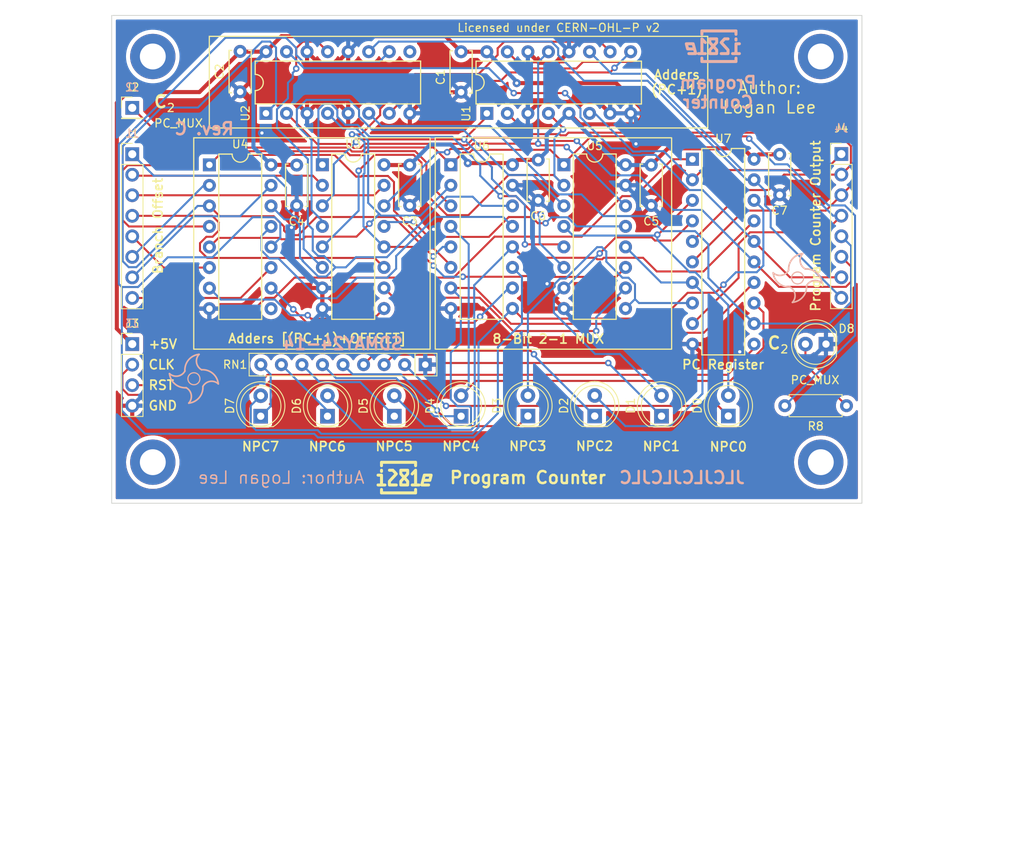
<source format=kicad_pcb>
(kicad_pcb (version 20211014) (generator pcbnew)
  (title_block (title "i281e Program Counter") (date "2024-05-04") (rev "C") (company "i281e Development Group") (comment 1 "Licensed under CERN-OHL-P v2") (comment 2 "Copyright i281e Development Group 2024"))
  (layers (0 "F.Cu" signal) (31 "B.Cu" signal) (34 "B.Paste" user) (35 "F.Paste" user) (36 "B.SilkS" user "B.Silkscreen") (37 "F.SilkS" user "F.Silkscreen") (38 "B.Mask" user) (39 "F.Mask" user) (44 "Edge.Cuts" user))
  (net 0 "")
  (net 1 "+5V")
  (net 2 "GND")
  (net 3 "/B0")
  (net 4 "/B1")
  (net 5 "/B2")
  (net 6 "/B3")
  (net 7 "/B4")
  (net 8 "/B5")
  (net 9 "/B6")
  (net 10 "/B7")
  (net 11 "/C2")
  (net 12 "/CLK")
  (net 13 "/RESET")
  (net 14 "Net-(D0-Pad1)")
  (net 15 "/NPC0")
  (net 16 "Net-(D1-Pad1)")
  (net 17 "/NPC1")
  (net 18 "Net-(D2-Pad1)")
  (net 19 "/NPC2")
  (net 20 "Net-(D3-Pad1)")
  (net 21 "/NPC3")
  (net 22 "/E1")
  (net 23 "/E0")
  (net 24 "Net-(U1-Pad9)")
  (net 25 "/E3")
  (net 26 "/E2")
  (net 27 "/E5")
  (net 28 "/E4")
  (net 30 "/E7")
  (net 31 "/E6")
  (net 32 "/D1")
  (net 33 "/D0")
  (net 34 "Net-(U3-Pad9)")
  (net 35 "/D3")
  (net 36 "/D2")
  (net 37 "/D5")
  (net 38 "/D4")
  (net 40 "/D7")
  (net 41 "/D6")
  (net 42 "Net-(D4-Pad1)")
  (net 43 "/NPC4")
  (net 44 "Net-(D5-Pad1)")
  (net 45 "/NPC5")
  (net 46 "/NPC6")
  (net 47 "Net-(D7-Pad1)")
  (net 48 "/NPC7")
  (net 49 "Net-(D8-Pad2)")
  (net 50 "/PC0")
  (net 51 "/PC1")
  (net 52 "/PC2")
  (net 53 "/PC3")
  (net 54 "/PC4")
  (net 55 "/PC5")
  (net 56 "/PC6")
  (net 57 "/PC7")
  (net 58 "Net-(D6-Pad1)")
  (footprint "Package_DIP:DIP-16_W7.62mm" (layer "F.Cu") (at 80.645 47.04)
    (fp_text reference "U3")
    (fp_text value "CD74HCT283E")
  )
  (footprint "LED_THT:LED_D5.0mm" (layer "F.Cu") (at 73.025 78.135 90)
    (fp_text reference "D7")
    (fp_text value "LED")
  )
  (footprint "MountingHole:MountingHole_3.2mm_M3_DIN965_Pad" (layer "F.Cu") (at 59.69 33.655)
    (fp_text reference "REF01")
    (fp_text value "MountingHole_3.2mm_M3_DIN965_Pad")
  )
  (footprint "Capacitor_THT:C_Disc_D5.0mm_W2.5mm_P5.00mm" (layer "F.Cu") (at 107.315 51.445 90)
    (fp_text reference "C6")
    (fp_text value "0.1 uF")
  )
  (footprint "Capacitor_THT:C_Disc_D5.0mm_W2.5mm_P5.00mm" (layer "F.Cu") (at 77.47 47.08 -90)
    (fp_text reference "C4")
    (fp_text value "0.1 µF")
  )
  (footprint "LED_THT:LED_D5.0mm" (layer "F.Cu") (at 106.045 78.11 90)
    (fp_text reference "D3")
    (fp_text value "LED")
  )
  (footprint "LED_THT:LED_D5.0mm" (layer "F.Cu") (at 81.28 78.135 90)
    (fp_text reference "D6")
    (fp_text value "LED")
  )
  (footprint "LED_THT:LED_D5.0mm" (layer "F.Cu") (at 130.81 78.11 90)
    (fp_text reference "D0")
    (fp_text value "LED")
  )
  (footprint "Capacitor_THT:C_Disc_D5.0mm_W2.5mm_P5.00mm" (layer "F.Cu") (at 121.285 52.08 90)
    (fp_text reference "C5")
    (fp_text value "0.1 uF")
  )
  (footprint "MountingHole:MountingHole_3.2mm_M3_DIN965_Pad" (layer "F.Cu") (at 142.24 83.82)
    (fp_text reference "REF04")
    (fp_text value "MountingHole_3.2mm_M3_DIN965_Pad")
  )
  (footprint "LED_THT:LED_D5.0mm" (layer "F.Cu") (at 114.3 78.11 90)
    (fp_text reference "D2")
    (fp_text value "LED")
  )
  (footprint "MountingHole:MountingHole_3.2mm_M3_DIN965_Pad" (layer "F.Cu") (at 142.24 33.655)
    (fp_text reference "REF02")
    (fp_text value "MountingHole_3.2mm_M3_DIN965_Pad")
  )
  (footprint "LED_THT:LED_D5.0mm" (layer "F.Cu") (at 142.88 69.215 180)
    (fp_text reference "D8")
    (fp_text value "LED")
  )
  (footprint "Resistor_THT:R_Axial_DIN0207_L6.3mm_D2.5mm_P7.62mm_Horizontal" (layer "F.Cu") (at 145.415 76.835 180)
    (fp_text reference "R8")
    (fp_text value "330")
  )
  (footprint "Package_DIP:DIP-16_W7.62mm" (layer "F.Cu") (at 73.675 40.68 90)
    (fp_text reference "U2")
    (fp_text value "CD74HCT283E")
  )
  (footprint "Capacitor_THT:C_Disc_D5.0mm_W2.5mm_P5.00mm" (layer "F.Cu") (at 97.79 33.07 -90)
    (fp_text reference "C1")
    (fp_text value "0.1 µF")
  )
  (footprint "Package_DIP:DIP-16_W7.62mm" (layer "F.Cu") (at 66.685 47.055)
    (fp_text reference "U4")
    (fp_text value "CD74HCT283E")
  )
  (footprint "Package_DIP:DIP-16_W7.62mm" (layer "F.Cu") (at 110.49 47.04)
    (fp_text reference "U5")
    (fp_text value "74LS257")
  )
  (footprint "MountingHole:MountingHole_3.2mm_M3_DIN965_Pad" (layer "F.Cu") (at 59.69 83.82)
    (fp_text reference "REF03")
    (fp_text value "MountingHole_3.2mm_M3_DIN965_Pad")
  )
  (footprint "LED_THT:LED_D5.0mm" (layer "F.Cu") (at 122.555 78.13 90)
    (fp_text reference "D1")
    (fp_text value "LED")
  )
  (footprint "Resistor_THT:R_Array_SIP9" (layer "F.Cu") (at 93.36 71.755 180)
    (fp_text reference "RN1")
    (fp_text value "R_Network08")
  )
  (footprint "Capacitor_THT:C_Disc_D5.0mm_W2.5mm_P5.00mm" (layer "F.Cu") (at 137.16 50.76 90)
    (fp_text reference "C7")
    (fp_text value "0.1 uF")
  )
  (footprint "Package_DIP:DIP-16_W7.62mm" (layer "F.Cu") (at 100.965 40.69 90)
    (fp_text reference "U1")
    (fp_text value "CD74HCT283E")
  )
  (footprint "LED_THT:LED_D5.0mm" (layer "F.Cu") (at 89.535 78.135 90)
    (fp_text reference "D5")
    (fp_text value "LED")
  )
  (footprint "Capacitor_THT:C_Disc_D5.0mm_W2.5mm_P5.00mm" (layer "F.Cu") (at 91.44 47.08 -90)
    (fp_text reference "C3")
    (fp_text value "0.1 µF")
  )
  (footprint "Package_DIP:DIP-16_W7.62mm" (layer "F.Cu") (at 96.52 47.04)
    (fp_text reference "U6")
    (fp_text value "74LS257")
  )
  (footprint "Package_DIP:DIP-20_W7.62mm" (layer "F.Cu") (at 126.375 46.36)
    (fp_text reference "U7")
    (fp_text value "74LS273")
  )
  (footprint "Symbol:i281e_logo" (layer "F.Cu") (at 90.805 85.725)
    (fp_text reference "G002" hide)
    (fp_text value "LOGO" hide)
  )
  (footprint "LED_THT:LED_D5.0mm" (layer "F.Cu") (at 97.79 78.135 90)
    (fp_text reference "D4")
    (fp_text value "LED")
  )
  (footprint "Capacitor_THT:C_Disc_D5.0mm_W2.5mm_P5.00mm" (layer "F.Cu") (at 70.485 33.02 -90)
    (fp_text reference "C2")
    (fp_text value "0.1 µF")
  )
  (footprint "Connector_PinHeader_2.54mm:PinHeader_1x01_P2.54mm_Vertical" (layer "B.Cu") (at 57.15 40.005 180)
    (fp_text reference "J2")
    (fp_text value "Conn_01x01_Male")
  )
  (footprint "Connector_PinHeader_2.54mm:PinHeader_1x08_P2.54mm_Vertical" (layer "B.Cu") (at 144.78 45.72 180)
    (fp_text reference "J4")
    (fp_text value "Conn_01x08_Male")
  )
  (footprint "Symbol:i281e_logo" (layer "B.Cu") (at 128.905 32.385 180)
    (fp_text reference "G001" hide)
    (fp_text value "LOGO" hide)
  )
  (footprint "Connector_PinHeader_2.54mm:PinHeader_1x04_P2.54mm_Vertical" (layer "B.Cu") (at 57.15 69.215 180)
    (fp_text reference "J3")
    (fp_text value "Conn_01x04_Male")
  )
  (footprint "Connector_PinHeader_2.54mm:PinHeader_1x08_P2.54mm_Vertical" (layer "B.Cu") (at 57.15 45.735 180)
    (fp_text reference "J1")
    (fp_text value "Conn_01x08_Male")
  )
  (gr_arc (start 140.482855 61.993699) (mid 141.35779 61.369594) (end 142.387855 61.676199) (layer "B.SilkS") (width 0.2))
  (gr_arc (start 63.8175 74.6125) (mid 62.433599 74.155406) (end 61.75375 72.86625) (layer "B.SilkS") (width 0.2))
  (gr_arc (start 138.260355 60.088699) (mid 138.717456 58.704792) (end 140.006605 58.024949) (layer "B.SilkS") (width 0.2))
  (gr_arc (start 140.324105 59.929949) (mid 141.708026 60.387032) (end 142.387855 61.676199) (layer "B.SilkS") (width 0.2))
  (gr_arc (start 65.88125 74.45375) (mid 65.424156 75.837651) (end 64.135 76.5175) (layer "B.SilkS") (width 0.2))
  (gr_arc (start 63.65875 72.54875) (mid 62.783802 73.172815) (end 61.75375 72.86625) (layer "B.SilkS") (width 0.2))
  (gr_arc (start 63.65875 72.54875) (mid 64.115844 71.164849) (end 65.405 70.485) (layer "B.SilkS") (width 0.2))
  (gr_arc (start 140.324105 59.929949) (mid 139.700005 59.055002) (end 140.006605 58.024949) (layer "B.SilkS") (width 0.2))
  (gr_arc (start 138.260355 60.088699) (mid 137.385398 60.712744) (end 136.355355 60.406199) (layer "B.SilkS") (width 0.2))
  (gr_circle (center 64.77 73.50125) (end 64.027834 73.466194) (layer "B.SilkS") (width 0.15) (fill none))
  (gr_arc (start 65.7225 72.39) (mid 65.098415 71.515056) (end 65.405 70.485) (layer "B.SilkS") (width 0.2))
  (gr_arc (start 63.8175 74.6125) (mid 64.441585 75.487444) (end 64.135 76.5175) (layer "B.SilkS") (width 0.2))
  (gr_circle (center 139.371605 61.041199) (end 138.629439 61.006143) (layer "B.SilkS") (width 0.15) (fill none))
  (gr_arc (start 138.419105 62.152449) (mid 139.043207 63.027391) (end 138.736605 64.057449) (layer "B.SilkS") (width 0.2))
  (gr_arc (start 138.419105 62.152449) (mid 137.035199 61.695355) (end 136.355355 60.406199) (layer "B.SilkS") (width 0.2))
  (gr_arc (start 140.482855 61.993699) (mid 140.025779 63.377619) (end 138.736605 64.057449) (layer "B.SilkS") (width 0.2))
  (gr_arc (start 65.88125 74.45375) (mid 66.756189 73.829634) (end 67.78625 74.13625) (layer "B.SilkS") (width 0.2))
  (gr_arc (start 65.7225 72.39) (mid 67.106401 72.847094) (end 67.78625 74.13625) (layer "B.SilkS") (width 0.2))
  (gr_rect (start 66.675 31.165) (end 128.27 42.495) (layer "F.SilkS") (width 0.1524) (fill none))
  (gr_rect (start 94.595 43.71) (end 123.805 69.845) (layer "F.SilkS") (width 0.1524) (fill none))
  (gr_rect (start 64.75 43.71) (end 93.96 69.845) (layer "F.SilkS") (width 0.1524) (fill none))
  (gr_rect (start 54.61 28.575) (end 147.32 88.9) (layer "Edge.Cuts") (width 0.1016) (fill none))
  (gr_text "Rev. C" (at 66.04 42.595) (layer "B.SilkS") (effects (font (size 1.5 1.5) (thickness 0.3)) (justify mirror)))
  (gr_text "Author: Logan Lee" (at 75.565 85.725) (layer "B.SilkS") (effects (font (size 1.5 1.5) (thickness 0.1778)) (justify mirror)))
  (gr_text "JLCJLCJLCJLC" (at 125.095 85.725) (layer "B.SilkS") (effects (font (size 1.5 1.5) (thickness 0.3)) (justify mirror)))
  (gr_text "Program\nCounter" (at 129.54 38.1) (layer "B.SilkS") (effects (font (size 1.5 1.5) (thickness 0.3)) (justify mirror)))
  (gr_text "SDMAY24-14" (at 83.165 69.16) (layer "B.SilkS") (effects (font (size 1.5 1.5) (thickness 0.3)) (justify mirror)))
  (gr_text "NPC5" (at 89.515 81.865) (layer "F.SilkS") (effects (font (size 1.143 1.143) (thickness 0.2032))))
  (gr_text "8-Bit 2-1 MUX" (at 108.565 68.575) (layer "F.SilkS") (effects (font (size 1.143 1.143) (thickness 0.2032))))
  (gr_text "J4" (at 144.78 42.53) (layer "F.SilkS") (effects (font (size 1 1) (thickness 0.153))))
  (gr_text "NPC3" (at 106.025 81.84) (layer "F.SilkS") (effects (font (size 1.143 1.143) (thickness 0.2032))))
  (gr_text "Adders [(PC+1)+OFFSET]" (at 79.99 68.525) (layer "F.SilkS") (effects (font (size 1.143 1.143) (thickness 0.2032))))
  (gr_text "GND" (at 59.055 76.835) (layer "F.SilkS") (effects (font (size 1.143 1.143) (thickness 0.2032)) (justify left)))
  (gr_text "RST" (at 59.055 74.295) (layer "F.SilkS") (effects (font (size 1.143 1.143) (thickness 0.2032)) (justify left)))
  (gr_text "NPC6" (at 81.26 81.885) (layer "F.SilkS") (effects (font (size 1.143 1.143) (thickness 0.2032))))
  (gr_text "NPC1" (at 122.535 81.865) (layer "F.SilkS") (effects (font (size 1.143 1.143) (thickness 0.2032))))
  (gr_text "2" (at 61.341 40.005) (layer "F.SilkS") (effects (font (size 1 1) (thickness 0.153)) (justify left)))
  (gr_text "Adders\n(PC+1)" (at 124.46 36.83) (layer "F.SilkS") (effects (font (size 1.143 1.143) (thickness 0.2032))))
  (gr_text "Licensed under CERN-OHL-P v2" (at 109.84 30.099) (layer "F.SilkS") (effects (font (size 1 1))))
  (gr_text "+5V" (at 59.055 69.215) (layer "F.SilkS") (effects (font (size 1.143 1.143) (thickness 0.2032)) (justify left)))
  (gr_text "CLK" (at 59.055 71.755) (layer "F.SilkS") (effects (font (size 1.143 1.143) (thickness 0.2032)) (justify left)))
  (gr_text "PC Register" (at 130.175 71.755) (layer "F.SilkS") (effects (font (size 1.143 1.143) (thickness 0.2032))))
  (gr_text "J3" (at 57.15 66.675) (layer "F.SilkS") (effects (font (size 1 1) (thickness 0.153))))
  (gr_text "PC_MUX\n" (at 62.865 41.91) (layer "F.SilkS") (effects (font (size 1.016 1.016) (thickness 0.1524))))
  (gr_text "J2" (at 57.15 37.465) (layer "F.SilkS") (effects (font (size 1 1) (thickness 0.153))))
  (gr_text "C" (at 135.509 69.088) (layer "F.SilkS") (effects (font (size 1.5 1.5) (thickness 0.3)) (justify left)))
  (gr_text "2" (at 137.16 69.85) (layer "F.SilkS") (effects (font (size 1 1) (thickness 0.153)) (justify left)))
  (gr_text "C" (at 59.69 39.243) (layer "F.SilkS") (effects (font (size 1.5 1.5) (thickness 0.3)) (justify left)))
  (gr_text "NPC4" (at 97.77 81.86) (layer "F.SilkS") (effects (font (size 1.143 1.143) (thickness 0.2032))))
  (gr_text "Program Counter\n" (at 106.045 85.725) (layer "F.SilkS") (effects (font (size 1.5 1.5) (thickness 0.3))))
  (gr_text "Branch Offset\n" (at 60.325 54.61 90) (layer "F.SilkS") (effects (font (size 1.143 1.143) (thickness 0.2032))))
  (gr_text "Author:\nLogan Lee" (at 135.89 38.735) (layer "F.SilkS") (effects (font (size 1.5 1.5) (thickness 0.1778))))
  (gr_text "NPC2" (at 114.28 81.84) (layer "F.SilkS") (effects (font (size 1.143 1.143) (thickness 0.2032))))
  (gr_text "Program Counter Output\n" (at 141.605 54.61 90) (layer "F.SilkS") (effects (font (size 1.143 1.143) (thickness 0.2032))))
  (gr_text "J1" (at 57.15 43.18) (layer "F.SilkS") (effects (font (size 1 1) (thickness 0.1524))))
  (gr_text "NPC0" (at 130.81 81.915) (layer "F.SilkS") (effects (font (size 1.143 1.143) (thickness 0.2032))))
  (gr_text "NPC7" (at 73.005 81.89) (layer "F.SilkS") (effects (font (size 1.143 1.143) (thickness 0.2032))))
  (gr_text "PC_MUX\n" (at 138.43 73.66) (layer "F.SilkS") (effects (font (size 1.016 1.016) (thickness 0.1524)) (justify left)))
  (segment (start 116.9446 36.9473) (end 120.0998 40.1025) (width 0.5) (layer "F.Cu") (net 1))
  (segment (start 104.735 46.445) (end 107.315 46.445) (width 0.5) (layer "F.Cu") (net 1))
  (segment (start 70.485 33.06) (end 70.485 33.02) (width 0.5) (layer "F.Cu") (net 1))
  (segment (start 97.79 33.07) (end 100.965 33.07) (width 0.5) (layer "F.Cu") (net 1))
  (segment (start 134.595 45.76) (end 133.995 46.36) (width 0.5) (layer "F.Cu") (net 1))
  (segment (start 137.16 45.76) (end 134.595 45.76) (width 0.5) (layer "F.Cu") (net 1))
  (segment (start 75.5898 31.1452) (end 95.8652 31.1452) (width 0.5) (layer "F.Cu") (net 1))
  (segment (start 77.445 47.055) (end 77.47 47.08) (width 0.5) (layer "F.Cu") (net 1))
  (segment (start 66.675 36.83) (end 66.715 36.83) (width 0.5) (layer "F.Cu") (net 1))
  (segment (start 104.14 47.04) (end 104.735 46.445) (width 0.5) (layer "F.Cu") (net 1))
  (segment (start 119.3137 42.0436) (end 112.4786 42.0436) (width 0.5) (layer "F.Cu") (net 1))
  (segment (start 121.285 47.08) (end 123.3567 45.0083) (width 0.5) (layer "F.Cu") (net 1))
  (segment (start 66.715 36.83) (end 70.485 33.06) (width 0.5) (layer "F.Cu") (net 1))
  (segment (start 95.8652 31.1452) (end 97.79 33.07) (width 0.5) (layer "F.Cu") (net 1))
  (segment (start 57.15 69.215) (end 55.246 67.311) (width 0.5) (layer "F.Cu") (net 1))
  (segment (start 132.6433 45.0083) (end 133.995 46.36) (width 0.5) (layer "F.Cu") (net 1))
  (segment (start 88.305 47.08) (end 88.265 47.04) (width 0.5) (layer "F.Cu") (net 1))
  (segment (start 112.4786 42.0436) (end 111.125 40.69) (width 0.5) (layer "F.Cu") (net 1))
  (segment (start 73.675 33.06) (end 75.5898 31.1452) (width 0.5) (layer "F.Cu") (net 1))
  (segment (start 55.246 67.311) (end 55.246 39.3944) (width 0.5) (layer "F.Cu") (net 1))
  (segment (start 120.0998 41.2575) (end 119.3137 42.0436) (width 0.5) (layer "F.Cu") (net 1))
  (segment (start 123.3567 45.0083) (end 132.6433 45.0083) (width 0.5) (layer "F.Cu") (net 1))
  (segment (start 104.14 47.04) (end 103.9367 46.8367) (width 0.5) (layer "F.Cu") (net 1))
  (segment (start 74.305 47.055) (end 77.445 47.055) (width 0.5) (layer "F.Cu") (net 1))
  (segment (start 91.44 47.08) (end 88.305 47.08) (width 0.5) (layer "F.Cu") (net 1))
  (segment (start 55.246 39.3944) (end 56.5848 38.0556) (width 0.5) (layer "F.Cu") (net 1))
  (segment (start 56.5848 38.0556) (end 65.4494 38.0556) (width 0.5) (layer "F.Cu") (net 1))
  (segment (start 65.4494 38.0556) (end 66.675 36.83) (width 0.5) (layer "F.Cu") (net 1))
  (segment (start 70.485 33.06) (end 73.675 33.06) (width 0.5) (layer "F.Cu") (net 1))
  (segment (start 120.0998 40.1025) (end 120.0998 41.2575) (width 0.5) (layer "F.Cu") (net 1))
  (segment (start 103.9367 46.8367) (end 98.6219 46.8367) (width 0.5) (layer "F.Cu") (net 1))
  (segment (start 104.6618 36.9473) (end 116.9446 36.9473) (width 0.5) (layer "F.Cu") (net 1))
  (via (at 98.6219 46.8367) (size 1) (drill 0.4) (layers "F.Cu" "B.Cu") (net 1))
  (via (at 104.6618 36.9473) (size 1) (drill 0.4) (layers "F.Cu" "B.Cu") (net 1))
  (segment (start 72.1268 34.6082) (end 72.1268 44.8768) (width 0.5) (layer "B.Cu") (net 1))
  (segment (start 96.5035 44.5413) (end 98.6219 46.6597) (width 0.5) (layer "B.Cu") (net 1))
  (segment (start 108.3755 45.3845) (end 107.315 46.445) (width 0.5) (layer "B.Cu") (net 1))
  (segment (start 111.125 40.861) (end 110.8392 40.861) (width 0.5) (layer "B.Cu") (net 1))
  (segment (start 100.965 33.07) (end 104.6618 36.7668) (width 0.5) (layer "B.Cu") (net 1))
  (segment (start 73.675 33.06) (end 72.1268 34.6082) (width 0.5) (layer "B.Cu") (net 1))
  (segment (start 118.15 47.08) (end 121.285 47.08) (width 0.5) (layer "B.Cu") (net 1))
  (segment (start 72.1268 44.8768) (end 74.305 47.055) (width 0.5) (layer "B.Cu") (net 1))
  (segment (start 93.9787 44.5413) (end 96.5035 44.5413) (width 0.5) (layer "B.Cu") (net 1))
  (segment (start 110.8392 40.861) (end 108.3755 43.3247) (width 0.5) (layer "B.Cu") (net 1))
  (segment (start 118.11 47.04) (end 117.304 47.04) (width 0.5) (layer "B.Cu") (net 1))
  (segment (start 104.6618 36.7668) (end 104.6618 36.9473) (width 0.5) (layer "B.Cu") (net 1))
  (segment (start 98.6219 46.6597) (end 98.6219 46.8367) (width 0.5) (layer "B.Cu") (net 1))
  (segment (start 108.3755 43.3247) (end 108.3755 45.3845) (width 0.5) (layer "B.Cu") (net 1))
  (segment (start 111.125 40.861) (end 111.125 40.69) (width 0.5) (layer "B.Cu") (net 1))
  (segment (start 118.11 47.04) (end 118.15 47.08) (width 0.5) (layer "B.Cu") (net 1))
  (segment (start 91.44 47.08) (end 93.9787 44.5413) (width 0.5) (layer "B.Cu") (net 1))
  (segment (start 117.304 47.04) (end 111.125 40.861) (width 0.5) (layer "B.Cu") (net 1))
  (segment (start 82.4598 34.4277) (end 80.1227 34.4277) (width 0.5) (layer "F.Cu") (net 2))
  (segment (start 82.4673 34.4277) (end 82.4598 34.4277) (width 0.5) (layer "F.Cu") (net 2))
  (segment (start 82.4598 39.3048) (end 82.4598 34.4277) (width 0.5) (layer "F.Cu") (net 2))
  (segment (start 104.8694 69.22) (end 100.4694 64.82) (width 0.5) (layer "F.Cu") (net 2))
  (segment (start 72.3105 39.3262) (end 71.0043 38.02) (width 0.5) (layer "F.Cu") (net 2))
  (segment (start 77.4012 39.3262) (end 78.755 40.68) (width 0.5) (layer "F.Cu") (net 2))
  (segment (start 126.375 69.22) (end 127.3233 70.1683) (width 0.5) (layer "F.Cu") (net 2))
  (segment (start 72.3105 42.246) (end 73.1785 43.114) (width 0.5) (layer "F.Cu") (net 2))
  (segment (start 106.045 40.69) (end 107.4611 39.2739) (width 0.5) (layer "F.Cu") (net 2))
  (segment (start 107.4611 39.2739) (end 114.7889 39.2739) (width 0.5) (layer "F.Cu") (net 2))
  (segment (start 109.7556 34.4394) (end 107.4144 34.4394) (width 0.5) (layer "F.Cu") (net 2))
  (segment (start 83.835 33.06) (end 82.4673 34.4277) (width 0.5) (layer "F.Cu") (net 2))
  (segment (start 80.1302 39.3048) (end 78.755 40.68) (width 0.5) (layer "F.Cu") (net 2))
  (segment (start 137.16 50.76) (end 138.4903 49.4297) (width 0.5) (layer "F.Cu") (net 2))
  (segment (start 119.4667 44.524) (end 119.4667 48.2233) (width 0.5) (layer "F.Cu") (net 2))
  (segment (start 108.4118 62.7418) (end 108.4118 61.7527) (width 0.5) (layer "F.Cu") (net 2))
  (segment (start 80.1227 34.4277) (end 78.755 33.06) (width 0.5) (layer "F.Cu") (net 2))
  (segment (start 138.4903 49.4297) (end 141.9684 49.4297) (width 0.5) (layer "F.Cu") (net 2))
  (segment (start 72.3105 39.3262) (end 77.4012 39.3262) (width 0.5) (layer "F.Cu") (net 2))
  (segment (start 111.125 33.07) (end 109.7556 34.4394) (width 0.5) (layer "F.Cu") (net 2))
  (segment (start 127.3233 70.1683) (end 132.2244 70.1683) (width 0.5) (layer "F.Cu") (net 2))
  (segment (start 77.47 54.158) (end 77.47 52.08) (width 0.5) (layer "F.Cu") (net 2))
  (segment (start 83.835 40.68) (end 82.4598 39.3048) (width 0.5) (layer "F.Cu") (net 2))
  (segment (start 119.4667 48.2233) (end 118.11 49.58) (width 0.5) (layer "F.Cu") (net 2))
  (segment (start 110.49 64.82) (end 108.4118 62.7418) (width 0.5) (layer "F.Cu") (net 2))
  (segment (start 107.4144 34.4394) (end 106.045 33.07) (width 0.5) (layer "F.Cu") (net 2))
  (segment (start 76.8348 54.7932) (end 77.47 54.158) (width 0.5) (layer "F.Cu") (net 2))
  (segment (start 72.3105 39.3262) (end 72.3105 42.246) (width 0.5) (layer "F.Cu") (net 2))
  (segment (start 118.745 40.69) (end 116.205 40.69) (width 0.5) (layer "F.Cu") (net 2))
  (segment (start 82.4598 39.3048) (end 80.1302 39.3048) (width 0.5) (layer "F.Cu") (net 2))
  (segment (start 100.4694 64.82) (end 96.52 64.82) (width 0.5) (layer "F.Cu") (net 2))
  (segment (start 91.44 52.08) (end 94.3844 55.0244) (width 0.5) (layer "F.Cu") (net 2))
  (segment (start 114.7889 39.2739) (end 116.205 40.69) (width 0.5) (layer "F.Cu") (net 2))
  (segment (start 126.375 69.22) (end 104.8694 69.22) (width 0.5) (layer "F.Cu") (net 2))
  (segment (start 97.79 38.07) (end 94.065 38.07) (width 0.5) (layer "F.Cu") (net 2))
  (segment (start 80.645 64.82) (end 80.645 62.28) (width 0.5) (layer "F.Cu") (net 2))
  (segment (start 94.065 38.07) (end 91.455 40.68) (width 0.5) (layer "F.Cu") (net 2))
  (segment (start 71.0043 38.02) (end 70.485 38.02) (width 0.5) (layer "F.Cu") (net 2))
  (segment (start 119.3964 44.4537) (end 119.4667 44.524) (width 0.5) (layer "F.Cu") (net 2))
  (via (at 94.3844 55.0244) (size 1) (drill 0.4) (layers "F.Cu" "B.Cu") (net 2))
  (via (at 141.9684 49.4297) (size 1) (drill 0.4) (layers "F.Cu" "B.Cu") (net 2))
  (via (at 108.4118 61.7527) (size 1) (drill 0.4) (layers "F.Cu" "B.Cu") (net 2))
  (via (at 76.8348 54.7932) (size 1) (drill 0.4) (layers "F.Cu" "B.Cu") (net 2))
  (via (at 119.3964 44.4537) (size 1) (drill 0.4) (layers "F.Cu" "B.Cu") (net 2))
  (via (at 132.2244 70.1683) (size 1) (drill 0.4) (layers "F.Cu" "B.Cu") (net 2))
  (via (at 73.1785 43.114) (size 1) (drill 0.4) (layers "F.Cu" "B.Cu") (net 2))
  (segment (start 85.7575 31.1375) (end 109.2723 31.1375) (width 0.5) (layer "B.Cu") (net 2))
  (segment (start 93.36 67.8388) (end 93.36 71.755) (width 0.5) (layer "B.Cu") (net 2))
  (segment (start 121.285 52.08) (end 120.61 52.08) (width 0.5) (layer "B.Cu") (net 2))
  (segment (start 106.045 39.1629) (end 98.8829 39.1629) (width 0.5) (layer "B.Cu") (net 2))
  (segment (start 109.2723 31.1375) (end 111.125 32.9902) (width 0.5) (layer "B.Cu") (net 2))
  (segment (start 119.3964 41.3414) (end 119.3964 44.4537) (width 0.5) (layer "B.Cu") (net 2))
  (segment (start 77.47 52.08) (end 77.47 49.9968) (width 0.5) (layer "B.Cu") (net 2))
  (segment (start 110.49 65.0207) (end 114.6893 69.22) (width 0.5) (layer "B.Cu") (net 2))
  (segment (start 118.745 40.69) (end 119.3964 41.3414) (width 0.5) (layer "B.Cu") (net 2))
  (segment (start 75.9001 45.8356) (end 73.1785 43.114) (width 0.5) (layer "B.Cu") (net 2))
  (segment (start 106.6608 52.0032) (end 104.2376 49.58) (width 0.5) (layer "B.Cu") (net 2))
  (segment (start 114.6893 69.22) (end 126.375 69.22) (width 0.5) (layer "B.Cu") (net 2))
  (segment (start 80.645 62.28) (end 80.546 62.28) (width 0.5) (layer "B.Cu") (net 2))
  (segment (start 120.61 52.08) (end 118.11 49.58) (width 0.5) (layer "B.Cu") (net 2))
  (segment (start 80.645 65.207) (end 81.625 66.187) (width 0.5) (layer "B.Cu") (net 2))
  (segment (start 125.0324 31.7138) (end 112.4812 31.7138) (width 0.5) (layer "B.Cu") (net 2))
  (segment (start 83.835 33.06) (end 85.7575 31.1375) (width 0.5) (layer "B.Cu") (net 2))
  (segment (start 106.6608 52.0032) (end 106.6608 60.0017) (width 0.5) (layer "B.Cu") (net 2))
  (segment (start 66.685 67.3) (end 66.685 66.6459) (width 0.5) (layer "B.Cu") (net 2))
  (segment (start 132.7729 70.7168) (end 132.2244 70.1683) (width 0.5) (layer "B.Cu") (net 2))
  (segment (start 93.7016 64.82) (end 93.3884 64.5068) (width 0.5) (layer "B.Cu") (net 2))
  (segment (start 142.88 69.215) (end 141.3782 70.7168) (width 0.5) (layer "B.Cu") (net 2))
  (segment (start 106.7568 52.0032) (end 106.6608 52.0032) (width 0.5) (layer "B.Cu") (net 2))
  (segment (start 76.8348 58.5688) (end 76.8348 54.7932) (width 0.5) (layer "B.Cu") (net 2))
  (segment (start 111.125 32.9902) (end 111.125 33.07) (width 0.5) (layer "B.Cu") (net 2))
  (segment (start 106.045 39.1629) (end 106.045 40.69) (width 0.5) (layer "B.Cu") (net 2))
  (segment (start 80.645 64.82) (end 80.645 65.207) (width 0.5) (layer "B.Cu") (net 2))
  (segment (start 80.546 62.28) (end 76.8348 58.5688) (width 0.5) (layer "B.Cu") (net 2))
  (segment (start 75.9001 48.4269) (end 75.9001 45.8356) (width 0.5) (layer "B.Cu") (net 2))
  (segment (start 106.045 33.07) (end 106.045 39.1629) (width 0.5) (layer "B.Cu") (net 2))
  (segment (start 106.6608 60.0017) (end 108.4118 61.7527) (width 0.5) (layer "B.Cu") (net 2))
  (segment (start 79.2061 66.6459) (end 66.685 66.6459) (width 0.5) (layer "B.Cu") (net 2))
  (segment (start 104.2376 49.58) (end 104.14 49.58) (width 0.5) (layer "B.Cu") (net 2))
  (segment (start 141.9684 49.4297) (end 141.9684 48.6498) (width 0.5) (layer "B.Cu") (net 2))
  (segment (start 81.625 66.187) (end 91.7082 66.187) (width 0.5) (layer "B.Cu") (net 2))
  (segment (start 57.15 76.835) (end 66.685 67.3) (width 0.5) (layer "B.Cu") (net 2))
  (segment (start 110.49 64.82) (end 110.49 65.0207) (width 0.5) (layer "B.Cu") (net 2))
  (segment (start 98.8829 39.1629) (end 97.79 38.07) (width 0.5) (layer "B.Cu") (net 2))
  (segment (start 141.9684 48.6498) (end 125.0324 31.7138) (width 0.5) (layer "B.Cu") (net 2))
  (segment (start 93.3884 64.5068) (end 93.3884 56.0204) (width 0.5) (layer "B.Cu") (net 2))
  (segment (start 91.7082 66.187) (end 93.3884 64.5068) (width 0.5) (layer "B.Cu") (net 2))
  (segment (start 96.52 64.82) (end 93.7016 64.82) (width 0.5) (layer "B.Cu") (net 2))
  (segment (start 77.47 49.9968) (end 75.9001 48.4269) (width 0.5) (layer "B.Cu") (net 2))
  (segment (start 91.7082 66.187) (end 93.36 67.8388) (width 0.5) (layer "B.Cu") (net 2))
  (segment (start 141.3782 70.7168) (end 132.7729 70.7168) (width 0.5) (layer "B.Cu") (net 2))
  (segment (start 107.315 51.445) (end 106.7568 52.0032) (width 0.5) (layer "B.Cu") (net 2))
  (segment (start 112.4812 31.7138) (end 111.125 33.07) (width 0.5) (layer "B.Cu") (net 2))
  (segment (start 80.645 65.207) (end 79.2061 66.6459) (width 0.5) (layer "B.Cu") (net 2))
  (segment (start 93.3884 56.0204) (end 94.3844 55.0244) (width 0.5) (layer "B.Cu") (net 2))
  (segment (start 66.685 66.6459) (end 66.685 64.835) (width 0.5) (layer "B.Cu") (net 2))
  (segment (start 77.406 53.4146) (end 77.0618 53.4146) (width 0.25) (layer "B.Cu") (net 3))
  (segment (start 80.645 59.74) (end 78.3293 57.4243) (width 0.25) (layer "B.Cu") (net 3))
  (segment (start 74.7069 48.3955) (end 59.8105 48.3955) (width 0.25) (layer "B.Cu") (net 3))
  (segment (start 59.8105 48.3955) (end 57.15 45.735) (width 0.25) (layer "B.Cu") (net 3))
  (segment (start 78.3293 54.3379) (end 77.406 53.4146) (width 0.25) (layer "B.Cu") (net 3))
  (segment (start 77.0618 53.4146) (end 76.1442 52.497) (width 0.25) (layer "B.Cu") (net 3))
  (segment (start 76.1442 49.8328) (end 74.7069 48.3955) (width 0.25) (layer "B.Cu") (net 3))
  (segment (start 76.1442 52.497) (end 76.1442 49.8328) (width 0.25) (layer "B.Cu") (net 3))
  (segment (start 78.3293 57.4243) (end 78.3293 54.3379) (width 0.25) (layer "B.Cu") (net 3))
  (segment (start 79.4605 48.3955) (end 80.645 49.58) (width 0.25) (layer "F.Cu") (net 4))
  (segment (start 57.2705 48.3955) (end 79.4605 48.3955) (width 0.25) (layer "F.Cu") (net 4))
  (segment (start 57.15 48.275) (end 57.2705 48.3955) (width 0.25) (layer "F.Cu") (net 4))
  (segment (start 87.03 50.815) (end 88.265 49.58) (width 0.25) (layer "F.Cu") (net 5))
  (segment (start 57.15 50.815) (end 87.03 50.815) (width 0.25) (layer "F.Cu") (net 5))
  (segment (start 65.5233 57.6773) (end 66.4087 58.5627) (width 0.25) (layer "F.Cu") (net 6))
  (segment (start 67.8481 54.1686) (end 67.8481 55.1769) (width 0.25) (layer "F.Cu") (net 6))
  (segment (start 66.4087 58.5627) (end 87.0877 58.5627) (width 0.25) (layer "F.Cu") (net 6))
  (segment (start 87.0877 58.5627) (end 88.265 59.74) (width 0.25) (layer "F.Cu") (net 6))
  (segment (start 66.3124 55.945) (end 65.5233 56.7341) (width 0.25) (layer "F.Cu") (net 6))
  (segment (start 67.8481 55.1769) (end 67.08 55.945) (width 0.25) (layer "F.Cu") (net 6))
  (segment (start 65.5233 56.7341) (end 65.5233 57.6773) (width 0.25) (layer "F.Cu") (net 6))
  (segment (start 57.15 53.355) (end 67.0345 53.355) (width 0.25) (layer "F.Cu") (net 6))
  (segment (start 67.0345 53.355) (end 67.8481 54.1686) (width 0.25) (layer "F.Cu") (net 6))
  (segment (start 67.08 55.945) (end 66.3124 55.945) (width 0.25) (layer "F.Cu") (net 6))
  (segment (start 61.01 59.755) (end 66.685 59.755) (width 0.25) (layer "F.Cu") (net 7))
  (segment (start 57.15 55.895) (end 61.01 59.755) (width 0.25) (layer "F.Cu") (net 7))
  (segment (start 65.99 49.595) (end 66.685 49.595) (width 0.25) (layer "B.Cu") (net 8))
  (segment (start 57.15 58.435) (end 65.99 49.595) (width 0.25) (layer "B.Cu") (net 8))
  (segment (start 70.495 53.405) (end 74.305 49.595) (width 0.25) (layer "B.Cu") (net 9))
  (segment (start 64.72 53.405) (end 70.495 53.405) (width 0.25) (layer "B.Cu") (net 9))
  (segment (start 57.15 60.975) (end 64.72 53.405) (width 0.25) (layer "B.Cu") (net 9))
  (segment (start 70.545 63.515) (end 74.305 59.755) (width 0.25) (layer "F.Cu") (net 10))
  (segment (start 57.15 63.515) (end 70.545 63.515) (width 0.25) (layer "F.Cu") (net 10))
  (segment (start 83.8257 44.9195) (end 84.3124 45.4062) (width 0.25) (layer "F.Cu") (net 11))
  (segment (start 62.0645 44.9195) (end 83.8257 44.9195) (width 0.25) (layer "F.Cu") (net 11))
  (segment (start 99.1827 45.1898) (end 108.7995 45.1898) (width 0.25) (layer "F.Cu") (net 11))
  (segment (start 108.7995 45.1898) (end 110.49 46.8803) (width 0.25) (layer "F.Cu") (net 11))
  (segment (start 96.52 47.04) (end 98.0196 45.5404) (width 0.25) (layer "F.Cu") (net 11))
  (segment (start 57.15 40.005) (end 62.0645 44.9195) (width 0.25) (layer "F.Cu") (net 11))
  (segment (start 110.49 46.8803) (end 110.49 47.04) (width 0.25) (layer "F.Cu") (net 11))
  (segment (start 110.49 46.8803) (end 113.8433 43.527) (width 0.25) (layer "F.Cu") (net 11))
  (segment (start 94.3888 44.9088) (end 96.52 47.04) (width 0.25) (layer "F.Cu") (net 11))
  (segment (start 133.1047 43.527) (end 133.3911 43.8134) (width 0.25) (layer "F.Cu") (net 11))
  (segment (start 86.0618 44.9088) (end 94.3888 44.9088) (width 0.25) (layer "F.Cu") (net 11))
  (segment (start 84.3124 45.4062) (end 85.5644 45.4062) (width 0.25) (layer "F.Cu") (net 11))
  (segment (start 85.5644 45.4062) (end 86.0618 44.9088) (width 0.25) (layer "F.Cu") (net 11))
  (segment (start 98.0196 45.5404) (end 98.8321 45.5404) (width 0.25) (layer "F.Cu") (net 11))
  (segment (start 98.8321 45.5404) (end 99.1827 45.1898) (width 0.25) (layer "F.Cu") (net 11))
  (segment (start 113.8433 43.527) (end 133.1047 43.527) (width 0.25) (layer "F.Cu") (net 11))
  (via (at 133.3911 43.8134) (size 0.8) (drill 0.4) (layers "F.Cu" "B.Cu") (net 11))
  (segment (start 137.795 76.835) (end 146.4699 68.1601) (width 0.25) (layer "B.Cu") (net 11))
  (segment (start 145.2159 52.07) (end 143.1986 52.07) (width 0.25) (layer "B.Cu") (net 11))
  (segment (start 143.1986 52.07) (end 138.1153 46.9867) (width 0.25) (layer "B.Cu") (net 11))
  (segment (start 146.4699 53.324) (end 145.2159 52.07) (width 0.25) (layer "B.Cu") (net 11))
  (segment (start 136.5644 46.9867) (end 133.3911 43.8134) (width 0.25) (layer "B.Cu") (net 11))
  (segment (start 146.4699 68.1601) (end 146.4699 53.324) (width 0.25) (layer "B.Cu") (net 11))
  (segment (start 138.1153 46.9867) (end 136.5644 46.9867) (width 0.25) (layer "B.Cu") (net 11))
  (segment (start 133.995 69.7259) (end 130.7087 73.0122) (width 0.25) (layer "F.Cu") (net 12))
  (segment (start 130.7087 73.0122) (end 73.8727 73.0122) (width 0.25) (layer "F.Cu") (net 12))
  (segment (start 55.9335 74.7589) (end 55.9335 72.9715) (width 0.25) (layer "F.Cu") (net 12))
  (segment (start 56.669 75.4944) (end 55.9335 74.7589) (width 0.25) (layer "F.Cu") (net 12))
  (segment (start 133.995 69.22) (end 133.995 69.7259) (width 0.25) (layer "F.Cu") (net 12))
  (segment (start 73.8727 73.0122) (end 71.3905 75.4944) (width 0.25) (layer "F.Cu") (net 12))
  (segment (start 55.9335 72.9715) (end 57.15 71.755) (width 0.25) (layer "F.Cu") (net 12))
  (segment (start 71.3905 75.4944) (end 56.669 75.4944) (width 0.25) (layer "F.Cu") (net 12))
  (segment (start 73.6524 63.4926) (end 62.85 74.295) (width 0.25) (layer "F.Cu") (net 13))
  (segment (start 119.3055 50.9205) (end 117.705 50.9205) (width 0.25) (layer "F.Cu") (net 13))
  (segment (start 112.6955 55.93) (end 101.9245 55.93) (width 0.25) (layer "F.Cu") (net 13))
  (segment (start 96.8573 60.9972) (end 77.1965 60.9972) (width 0.25) (layer "F.Cu") (net 13))
  (segment (start 117.705 50.9205) (end 112.6955 55.93) (width 0.25) (layer "F.Cu") (net 13))
  (segment (start 62.85 74.295) (end 57.15 74.295) (width 0.25) (layer "F.Cu") (net 13))
  (segment (start 101.9245 55.93) (end 96.8573 60.9972) (width 0.25) (layer "F.Cu") (net 13))
  (segment (start 123.866 46.36) (end 119.3055 50.9205) (width 0.25) (layer "F.Cu") (net 13))
  (segment (start 77.1965 60.9972) (end 74.7011 63.4926) (width 0.25) (layer "F.Cu") (net 13))
  (segment (start 126.375 46.36) (end 123.866 46.36) (width 0.25) (layer "F.Cu") (net 13))
  (segment (start 74.7011 63.4926) (end 73.6524 63.4926) (width 0.25) (layer "F.Cu") (net 13))
  (segment (start 129.56 76.86) (end 95.925 76.86) (width 0.25) (layer "F.Cu") (net 14))
  (segment (start 130.81 78.11) (end 129.56 76.86) (width 0.25) (layer "F.Cu") (net 14))
  (via (at 95.925 76.86) (size 0.8) (drill 0.4) (layers "F.Cu" "B.Cu") (net 14))
  (segment (start 90.82 71.755) (end 95.925 76.86) (width 0.25) (layer "B.Cu") (net 14))
  (segment (start 122.1277 55.6873) (end 122.0403 55.6873) (width 0.25) (layer "F.Cu") (net 15))
  (segment (start 126.375 51.44) (end 122.1277 55.6873) (width 0.25) (layer "F.Cu") (net 15))
  (via (at 122.0403 55.6873) (size 0.8) (drill 0.4) (layers "F.Cu" "B.Cu") (net 15))
  (segment (start 111.6277 55.7977) (end 110.49 54.66) (width 0.25) (layer "B.Cu") (net 15))
  (segment (start 130.81 64.4041) (end 130.81 75.57) (width 0.25) (layer "B.Cu") (net 15))
  (segment (start 126.7359 60.33) (end 130.81 64.4041) (width 0.25) (layer "B.Cu") (net 15))
  (segment (start 122.0403 55.7977) (end 122.0403 56.3233) (width 0.25) (layer "B.Cu") (net 15))
  (segment (start 122.0403 55.6873) (end 122.0403 55.7977) (width 0.25) (layer "B.Cu") (net 15))
  (segment (start 122.0403 55.7977) (end 111.6277 55.7977) (width 0.25) (layer "B.Cu") (net 15))
  (segment (start 126.047 60.33) (end 126.7359 60.33) (width 0.25) (layer "B.Cu") (net 15))
  (segment (start 122.0403 56.3233) (end 126.047 60.33) (width 0.25) (layer "B.Cu") (net 15))
  (segment (start 89.5067 70.5283) (end 94.5837 70.5283) (width 0.25) (layer "F.Cu") (net 16))
  (segment (start 88.28 71.755) (end 89.5067 70.5283) (width 0.25) (layer "F.Cu") (net 16))
  (segment (start 94.5837 70.5283) (end 95.6095 71.5541) (width 0.25) (layer "F.Cu") (net 16))
  (segment (start 95.6095 71.5541) (end 115.9791 71.5541) (width 0.25) (layer "F.Cu") (net 16))
  (via (at 115.9791 71.5541) (size 0.8) (drill 0.4) (layers "F.Cu" "B.Cu") (net 16))
  (segment (start 115.9791 71.5541) (end 122.555 78.13) (width 0.25) (layer "B.Cu") (net 16))
  (segment (start 121.3523 56.0272) (end 121.7393 56.4142) (width 0.25) (layer "F.Cu") (net 17))
  (segment (start 123.9408 56.4142) (end 126.375 53.98) (width 0.25) (layer "F.Cu") (net 17))
  (segment (start 114.9192 58.0063) (end 116.8983 56.0272) (width 0.25) (layer "F.Cu") (net 17))
  (segment (start 116.8983 56.0272) (end 121.3523 56.0272) (width 0.25) (layer "F.Cu") (net 17))
  (segment (start 121.7393 56.4142) (end 123.9408 56.4142) (width 0.25) (layer "F.Cu") (net 17))
  (via (at 114.9192 58.0063) (size 0.8) (drill 0.4) (layers "F.Cu" "B.Cu") (net 17))
  (segment (start 109.2577 65.345) (end 114.3579 70.4452) (width 0.25) (layer "B.Cu") (net 17))
  (segment (start 110.6455 62.28) (end 110.49 62.28) (width 0.25) (layer "B.Cu") (net 17))
  (segment (start 110.49 62.28) (end 109.2577 63.5123) (width 0.25) (layer "B.Cu") (net 17))
  (segment (start 114.3579 70.4452) (end 117.4102 70.4452) (width 0.25) (layer "B.Cu") (net 17))
  (segment (start 114.9192 58.0063) (end 110.6455 62.28) (width 0.25) (layer "B.Cu") (net 17))
  (segment (start 117.4102 70.4452) (end 122.555 75.59) (width 0.25) (layer "B.Cu") (net 17))
  (segment (start 109.2577 63.5123) (end 109.2577 65.345) (width 0.25) (layer "B.Cu") (net 17))
  (segment (start 106.363 70.0376) (end 106.7945 70.4691) (width 0.25) (layer "F.Cu") (net 18))
  (segment (start 87.4574 70.0376) (end 106.363 70.0376) (width 0.25) (layer "F.Cu") (net 18))
  (segment (start 85.74 71.755) (end 87.4574 70.0376) (width 0.25) (layer "F.Cu") (net 18))
  (via (at 106.7945 70.4691) (size 0.8) (drill 0.4) (layers "F.Cu" "B.Cu") (net 18))
  (segment (start 114.3 78.11) (end 106.7945 70.6045) (width 0.25) (layer "B.Cu") (net 18))
  (segment (start 106.7945 70.6045) (end 106.7945 70.4691) (width 0.25) (layer "B.Cu") (net 18))
  (segment (start 126.375 61.6) (end 122.51 61.6) (width 0.25) (layer "B.Cu") (net 19))
  (segment (start 126.375 61.6) (end 127.6136 62.8386) (width 0.25) (layer "B.Cu") (net 19))
  (segment (start 118.0869 79.3569) (end 114.3 75.57) (width 0.25) (layer "B.Cu") (net 19))
  (segment (start 123.6003 79.3569) (end 118.0869 79.3569) (width 0.25) (layer "B.Cu") (net 19))
  (segment (start 127.6136 62.8386) (end 127.6136 75.3436) (width 0.25) (layer "B.Cu") (net 19))
  (segment (start 127.6136 75.3436) (end 123.6003 79.3569) (width 0.25) (layer "B.Cu") (net 19))
  (segment (start 122.51 61.6) (end 118.11 57.2) (width 0.25) (layer "B.Cu") (net 19))
  (segment (start 104.7931 79.3619) (end 96.7504 79.3619) (width 0.25) (layer "F.Cu") (net 20))
  (segment (start 96.7504 79.3619) (end 94.7963 77.4078) (width 0.25) (layer "F.Cu") (net 20))
  (segment (start 106.045 78.11) (end 104.7931 79.3619) (width 0.25) (layer "F.Cu") (net 20))
  (via (at 94.7963 77.4078) (size 0.8) (drill 0.4) (layers "F.Cu" "B.Cu") (net 20))
  (segment (start 84.3912 72.9462) (end 83.2 71.755) (width 0.25) (layer "B.Cu") (net 20))
  (segment (start 94.7963 77.4078) (end 90.3347 72.9462) (width 0.25) (layer "B.Cu") (net 20))
  (segment (start 90.3347 72.9462) (end 84.3912 72.9462) (width 0.25) (layer "B.Cu") (net 20))
  (segment (start 118.4752 61.01) (end 119.2789 61.8137) (width 0.25) (layer "B.Cu") (net 21))
  (segment (start 109.3619 61.7743) (end 110.0232 61.113) (width 0.25) (layer "B.Cu") (net 21))
  (segment (start 119.2789 61.8137) (end 119.2789 63.6511) (width 0.25) (layer "B.Cu") (net 21))
  (segment (start 106.045 75.57) (end 106.045 65.4302) (width 0.25) (layer "B.Cu") (net 21))
  (segment (start 118.11 64.82) (end 119.2789 63.6511) (width 0.25) (layer "B.Cu") (net 21))
  (segment (start 115.1864 57.2304) (end 115.7333 57.7773) (width 0.25) (layer "B.Cu") (net 21))
  (segment (start 117.7299 61.01) (end 118.4752 61.01) (width 0.25) (layer "B.Cu") (net 21))
  (segment (start 119.7678 64.14) (end 119.2789 63.6511) (width 0.25) (layer "B.Cu") (net 21))
  (segment (start 106.045 65.4302) (end 109.3619 62.1133) (width 0.25) (layer "B.Cu") (net 21))
  (segment (start 115.7333 59.0134) (end 117.7299 61.01) (width 0.25) (layer "B.Cu") (net 21))
  (segment (start 110.7107 61.113) (end 114.5933 57.2304) (width 0.25) (layer "B.Cu") (net 21))
  (segment (start 126.375 64.14) (end 119.7678 64.14) (width 0.25) (layer "B.Cu") (net 21))
  (segment (start 110.0232 61.113) (end 110.7107 61.113) (width 0.25) (layer "B.Cu") (net 21))
  (segment (start 114.5933 57.2304) (end 115.1864 57.2304) (width 0.25) (layer "B.Cu") (net 21))
  (segment (start 115.7333 57.7773) (end 115.7333 59.0134) (width 0.25) (layer "B.Cu") (net 21))
  (segment (start 109.3619 62.1133) (end 109.3619 61.7743) (width 0.25) (layer "B.Cu") (net 21))
  (segment (start 98.1566 43.9097) (end 85.1183 43.9097) (width 0.25) (layer "F.Cu") (net 22))
  (segment (start 100.965 40.69) (end 100.965 41.1013) (width 0.25) (layer "F.Cu") (net 22))
  (segment (start 110.1775 56.8875) (end 110.49 57.2) (width 0.25) (layer "F.Cu") (net 22))
  (segment (start 100.965 41.1013) (end 98.1566 43.9097) (width 0.25) (layer "F.Cu") (net 22))
  (segment (start 85.1183 43.9097) (end 84.8006 44.2274) (width 0.25) (layer "F.Cu") (net 22))
  (segment (start 105.6754 56.8875) (end 110.1775 56.8875) (width 0.25) (layer "F.Cu") (net 22))
  (via (at 105.6754 56.8875) (size 0.8) (drill 0.4) (layers "F.Cu" "B.Cu") (net 22))
  (via (at 98.1566 43.9097) (size 0.8) (drill 0.4) (layers "F.Cu" "B.Cu") (net 22))
  (via (at 84.8006 44.2274) (size 0.8) (drill 0.4) (layers "F.Cu" "B.Cu") (net 22))
  (segment (start 105.6754 56.8875) (end 105.6754 52.0182) (width 0.25) (layer "B.Cu") (net 22))
  (segment (start 101.6001 48.7986) (end 101.6001 47.3532) (width 0.25) (layer "B.Cu") (net 22))
  (segment (start 105.6754 52.0182) (end 104.5777 50.9205) (width 0.25) (layer "B.Cu") (net 22))
  (segment (start 103.722 50.9205) (end 101.6001 48.7986) (width 0.25) (layer "B.Cu") (net 22))
  (segment (start 82.0596 46.9684) (end 82.0596 50.7054) (width 0.25) (layer "B.Cu") (net 22))
  (segment (start 84.8006 44.2274) (end 82.0596 46.9684) (width 0.25) (layer "B.Cu") (net 22))
  (segment (start 101.6001 47.3532) (end 98.1566 43.9097) (width 0.25) (layer "B.Cu") (net 22))
  (segment (start 82.0596 50.7054) (end 80.645 52.12) (width 0.25) (layer "B.Cu") (net 22))
  (segment (start 104.5777 50.9205) (end 103.722 50.9205) (width 0.25) (layer "B.Cu") (net 22))
  (segment (start 110.3805 42.4855) (end 110.3805 42.6742) (width 0.25) (layer "F.Cu") (net 23))
  (segment (start 109.22 48.31) (end 103.6595 48.31) (width 0.25) (layer "F.Cu") (net 23))
  (segment (start 87.0984 45.8129) (end 85.1267 47.7846) (width 0.25) (layer "F.Cu") (net 23))
  (segment (start 98.6949 53.2746) (end 96.0581 53.2746) (width 0.25) (layer "F.Cu") (net 23))
  (segment (start 110.49 49.58) (end 109.22 48.31) (width 0.25) (layer "F.Cu") (net 23))
  (segment (start 103.6595 48.31) (end 98.6949 53.2746) (width 0.25) (layer "F.Cu") (net 23))
  (segment (start 108.585 40.69) (end 110.3805 42.4855) (width 0.25) (layer "F.Cu") (net 23))
  (segment (start 92.8908 46.7793) (end 91.9244 45.8129) (width 0.25) (layer "F.Cu") (net 23))
  (segment (start 96.0581 53.2746) (end 92.8908 50.1073) (width 0.25) (layer "F.Cu") (net 23))
  (segment (start 92.8908 50.1073) (end 92.8908 46.7793) (width 0.25) (layer "F.Cu") (net 23))
  (segment (start 91.9244 45.8129) (end 87.0984 45.8129) (width 0.25) (layer "F.Cu") (net 23))
  (via (at 110.3805 42.6742) (size 0.8) (drill 0.4) (layers "F.Cu" "B.Cu") (net 23))
  (via (at 85.1267 47.7846) (size 0.8) (drill 0.4) (layers "F.Cu" "B.Cu") (net 23))
  (segment (start 109.3201 48.4101) (end 109.3201 43.7346) (width 0.25) (layer "B.Cu") (net 23))
  (segment (start 109.3201 43.7346) (end 110.3805 42.6742) (width 0.25) (layer "B.Cu") (net 23))
  (segment (start 110.49 49.58) (end 109.3201 48.4101) (width 0.25) (layer "B.Cu") (net 23))
  (segment (start 85.1267 47.7846) (end 85.1267 52.7183) (width 0.25) (layer "B.Cu") (net 23))
  (segment (start 85.1267 52.7183) (end 80.645 57.2) (width 0.25) (layer "B.Cu") (net 23))
  (segment (start 116.1889 35.6261) (end 116.7521 35.0629) (width 0.25) (layer "F.Cu") (net 24))
  (segment (start 102.6772 36.6726) (end 103.7237 35.6261) (width 0.25) (layer "F.Cu") (net 24))
  (segment (start 103.7237 35.6261) (end 116.1889 35.6261) (width 0.25) (layer "F.Cu") (net 24))
  (segment (start 88.915 40.68) (end 92.9224 36.6726) (width 0.25) (layer "F.Cu") (net 24))
  (segment (start 92.9224 36.6726) (end 102.6772 36.6726) (width 0.25) (layer "F.Cu") (net 24))
  (via (at 116.7521 35.0629) (size 0.8) (drill 0.4) (layers "F.Cu" "B.Cu") (net 24))
  (segment (start 118.745 33.07) (end 116.7521 35.0629) (width 0.25) (layer "B.Cu") (net 24))
  (segment (start 99.9552 35.8186) (end 92.0901 35.8186) (width 0.25) (layer "F.Cu") (net 25))
  (segment (start 85.3994 43.2908) (end 84.3083 43.2908) (width 0.25) (layer "F.Cu") (net 25))
  (segment (start 97.9991 60.8886) (end 105.1941 60.8886) (width 0.25) (layer "F.Cu") (net 25))
  (segment (start 116.9435 60.9065) (end 118.11 59.74) (width 0.25) (layer "F.Cu") (net 25))
  (segment (start 108.8929 60.9065) (end 116.9435 60.9065) (width 0.25) (layer "F.Cu") (net 25))
  (segment (start 114.9646 31.8296) (end 103.1173 31.8296) (width 0.25) (layer "F.Cu") (net 25))
  (segment (start 102.3055 33.4683) (end 99.9552 35.8186) (width 0.25) (layer "F.Cu") (net 25))
  (segment (start 87.7881 40.9021) (end 85.3994 43.2908) (width 0.25) (layer "F.Cu") (net 25))
  (segment (start 102.3055 32.6414) (end 102.3055 33.4683) (width 0.25) (layer "F.Cu") (net 25))
  (segment (start 87.7881 40.1206) (end 87.7881 40.9021) (width 0.25) (layer "F.Cu") (net 25))
  (segment (start 105.2796 60.8031) (end 108.7895 60.8031) (width 0.25) (layer "F.Cu") (net 25))
  (segment (start 108.7895 60.8031) (end 108.8929 60.9065) (width 0.25) (layer "F.Cu") (net 25))
  (segment (start 88.265 57.2) (end 92.0278 57.2) (width 0.25) (layer "F.Cu") (net 25))
  (segment (start 105.1941 60.8886) (end 105.2796 60.8031) (width 0.25) (layer "F.Cu") (net 25))
  (segment (start 116.205 33.07) (end 114.9646 31.8296) (width 0.25) (layer "F.Cu") (net 25))
  (segment (start 92.0901 35.8186) (end 87.7881 40.1206) (width 0.25) (layer "F.Cu") (net 25))
  (segment (start 103.1173 31.8296) (end 102.3055 32.6414) (width 0.25) (layer "F.Cu") (net 25))
  (segment (start 92.0278 57.2) (end 94.3477 59.5199) (width 0.25) (layer "F.Cu") (net 25))
  (via (at 84.3083 43.2908) (size 0.8) (drill 0.4) (layers "F.Cu" "B.Cu") (net 25))
  (via (at 94.3477 59.5199) (size 0.8) (drill 0.4) (layers "F.Cu" "B.Cu") (net 25))
  (via (at 97.9991 60.8886) (size 0.8) (drill 0.4) (layers "F.Cu" "B.Cu") (net 25))
  (segment (start 85.7283 54.6633) (end 85.7283 48.211) (width 0.25) (layer "B.Cu") (net 25))
  (segment (start 88.265 57.2) (end 85.7283 54.6633) (width 0.25) (layer "B.Cu") (net 25))
  (segment (start 85.8536 48.0857) (end 85.8536 44.2448) (width 0.25) (layer "B.Cu") (net 25))
  (segment (start 84.8996 43.2908) (end 84.3083 43.2908) (width 0.25) (layer "B.Cu") (net 25))
  (segment (start 95.7164 60.8886) (end 94.3477 59.5199) (width 0.25) (layer "B.Cu") (net 25))
  (segment (start 85.7283 48.211) (end 85.8536 48.0857) (width 0.25) (layer "B.Cu") (net 25))
  (segment (start 97.9991 60.8886) (end 95.7164 60.8886) (width 0.25) (layer "B.Cu") (net 25))
  (segment (start 85.8536 44.2448) (end 84.8996 43.2908) (width 0.25) (layer "B.Cu") (net 25))
  (segment (start 96.4695 45.0885) (end 98.6449 45.0885) (width 0.25) (layer "F.Cu") (net 26))
  (segment (start 96.0649 45.4931) (end 96.4695 45.0885) (width 0.25) (layer "F.Cu") (net 26))
  (segment (start 99.2991 44.4343) (end 107.3105 44.4343) (width 0.25) (layer "F.Cu") (net 26))
  (segment (start 110.6311 44.6411) (end 110.8427 44.8527) (width 0.25) (layer "F.Cu") (net 26))
  (segment (start 98.6449 45.0885) (end 99.2991 44.4343) (width 0.25) (layer "F.Cu") (net 26))
  (segment (start 107.5173 44.6411) (end 110.6311 44.6411) (width 0.25) (layer "F.Cu") (net 26))
  (segment (start 107.3105 44.4343) (end 107.5173 44.6411) (width 0.25) (layer "F.Cu") (net 26))
  (via (at 107.3105 44.4343) (size 0.8) (drill 0.4) (layers "F.Cu" "B.Cu") (net 26))
  (via (at 110.8427 44.8527) (size 0.8) (drill 0.4) (layers "F.Cu" "B.Cu") (net 26))
  (via (at 96.0649 45.4931) (size 0.8) (drill 0.4) (layers "F.Cu" "B.Cu") (net 26))
  (segment (start 107.3105 34.3445) (end 107.3105 44.4343) (width 0.25) (layer "B.Cu") (net 26))
  (segment (start 96.0649 45.4931) (end 94.8919 45.4931) (width 0.25) (layer "B.Cu") (net 26))
  (segment (start 94.8919 45.4931) (end 88.265 52.12) (width 0.25) (layer "B.Cu") (net 26))
  (segment (start 118.11 52.12) (end 110.8427 44.8527) (width 0.25) (layer "B.Cu") (net 26))
  (segment (start 108.585 33.07) (end 107.3105 34.3445) (width 0.25) (layer "B.Cu") (net 26))
  (segment (start 75.9081 55.1889) (end 76.4665 55.7473) (width 0.25) (layer "F.Cu") (net 27))
  (segment (start 75.9081 54.682) (end 75.9081 55.1889) (width 0.25) (layer "F.Cu") (net 27))
  (segment (start 74.6311 53.405) (end 75.9081 54.682) (width 0.25) (layer "F.Cu") (net 27))
  (segment (start 66.685 52.135) (end 67.955 53.405) (width 0.25) (layer "F.Cu") (net 27))
  (segment (start 89.4669 53.503) (end 94.3402 58.3763) (width 0.25) (layer "F.Cu") (net 27))
  (segment (start 76.4665 55.7473) (end 77.6697 55.7473) (width 0.25) (layer "F.Cu") (net 27))
  (segment (start 67.955 53.405) (end 74.6311 53.405) (width 0.25) (layer "F.Cu") (net 27))
  (segment (start 79.914 53.503) (end 89.4669 53.503) (width 0.25) (layer "F.Cu") (net 27))
  (segment (start 77.6697 55.7473) (end 79.914 53.503) (width 0.25) (layer "F.Cu") (net 27))
  (via (at 94.3402 58.3763) (size 0.8) (drill 0.4) (layers "F.Cu" "B.Cu") (net 27))
  (segment (start 74.921 39.434) (end 73.675 40.68) (width 0.25) (layer "B.Cu") (net 27))
  (segment (start 66.685 52.135) (end 65.2328 52.135) (width 0.25) (layer "B.Cu") (net 27))
  (segment (start 74.921 32.5587) (end 74.921 39.434) (width 0.25) (layer "B.Cu") (net 27))
  (segment (start 74.1756 31.8133) (end 74.921 32.5587) (width 0.25) (layer "B.Cu") (net 27))
  (segment (start 65.2328 52.135) (end 57.6643 59.7035) (width 0.25) (layer "B.Cu") (net 27))
  (segment (start 56.7129 59.7035) (end 55.9731 58.9637) (width 0.25) (layer "B.Cu") (net 27))
  (segment (start 55.9731 58.9637) (end 55.9731 44.7496) (width 0.25) (layer "B.Cu") (net 27))
  (segment (start 73.1819 31.8133) (end 74.1756 31.8133) (width 0.25) (layer "B.Cu") (net 27))
  (segment (start 55.9731 44.7496) (end 60.7537 39.969) (width 0.25) (layer "B.Cu") (net 27))
  (segment (start 72.1 33.1399) (end 72.1 32.8952) (width 0.25) (layer "B.Cu") (net 27))
  (segment (start 57.6643 59.7035) (end 56.7129 59.7035) (width 0.25) (layer "B.Cu") (net 27))
  (segment (start 72.1 32.8952) (end 73.1819 31.8133) (width 0.25) (layer "B.Cu") (net 27))
  (segment (start 95.5165 57.2) (end 94.3402 58.3763) (width 0.25) (layer "B.Cu") (net 27))
  (segment (start 60.7537 39.969) (end 65.2709 39.969) (width 0.25) (layer "B.Cu") (net 27))
  (segment (start 96.52 57.2) (end 95.5165 57.2) (width 0.25) (layer "B.Cu") (net 27))
  (segment (start 65.2709 39.969) (end 72.1 33.1399) (width 0.25) (layer "B.Cu") (net 27))
  (segment (start 75.4011 56.0817) (end 75.5708 56.2514) (width 0.25) (layer "F.Cu") (net 28))
  (segment (start 66.685 57.215) (end 67.8183 56.0817) (width 0.25) (layer "F.Cu") (net 28))
  (segment (start 84.8631 55.93) (end 86.4629 54.3302) (width 0.25) (layer "F.Cu") (net 28))
  (segment (start 67.8183 56.0817) (end 75.4011 56.0817) (width 0.25) (layer "F.Cu") (net 28))
  (segment (start 78.5505 55.93) (end 84.8631 55.93) (width 0.25) (layer "F.Cu") (net 28))
  (segment (start 75.5708 56.2514) (end 78.2291 56.2514) (width 0.25) (layer "F.Cu") (net 28))
  (segment (start 78.2291 56.2514) (end 78.5505 55.93) (width 0.25) (layer "F.Cu") (net 28))
  (via (at 86.4629 54.3302) (size 0.8) (drill 0.4) (layers "F.Cu" "B.Cu") (net 28))
  (segment (start 87.6682 53.1249) (end 86.4629 54.3302) (width 0.25) (layer "B.Cu") (net 28))
  (segment (start 84.8098 42.5619) (end 83.1769 42.5619) (width 0.25) (layer "B.Cu") (net 28))
  (segment (start 87.6682 53.1249) (end 86.3055 51.7622) (width 0.25) (layer "B.Cu") (net 28))
  (segment (start 86.3055 51.7622) (end 86.3055 44.0576) (width 0.25) (layer "B.Cu") (net 28))
  (segment (start 87.8775 53.3342) (end 87.6682 53.1249) (width 0.25) (layer "B.Cu") (net 28))
  (segment (start 96.52 49.58) (end 92.7658 53.3342) (width 0.25) (layer "B.Cu") (net 28))
  (segment (start 92.7658 53.3342) (end 87.8775 53.3342) (width 0.25) (layer "B.Cu") (net 28))
  (segment (start 86.3055 44.0576) (end 84.8098 42.5619) (width 0.25) (layer "B.Cu") (net 28))
  (segment (start 83.1769 42.5619) (end 81.295 40.68) (width 0.25) (layer "B.Cu") (net 28))
  (segment (start 55.8634 77.4376) (end 58.734 80.3082) (width 0.25) (layer "B.Cu") (net 30))
  (segment (start 68.6645 31.3399) (end 55.4975 44.5069) (width 0.25) (layer "B.Cu") (net 30))
  (segment (start 58.734 80.3082) (end 79.6421 80.3082) (width 0.25) (layer "B.Cu") (net 30))
  (segment (start 99.3514 80.7586) (end 102.3324 77.7776) (width 0.25) (layer "B.Cu") (net 30))
  (segment (start 57.8665 62.1587) (end 55.8634 62.1587) (width 0.25) (layer "B.Cu") (net 30))
  (segment (start 88.915 33.06) (end 87.6828 34.2922) (width 0.25) (layer "B.Cu") (net 30))
  (segment (start 75.4496 54.2157) (end 74.7623 53.5284) (width 0.25) (layer "B.Cu") (net 30))
  (segment (start 80.0925 80.7586) (end 99.3514 80.7586) (width 0.25) (layer "B.Cu") (net 30))
  (segment (start 55.4975 61.7928) (end 55.8634 62.1587) (width 0.25) (layer "B.Cu") (net 30))
  (segment (start 78.246 34.2922) (end 77.4145 33.4607) (width 0.25) (layer "B.Cu") (net 30))
  (segment (start 74.7623 53.5284) (end 72.0292 53.5284) (width 0.25) (layer "B.Cu") (net 30))
  (segment (start 74.305 57.215) (end 75.4496 56.0704) (width 0.25) (layer "B.Cu") (net 30))
  (segment (start 102.3324 77.7776) (end 102.3324 69.5912) (width 0.25) (layer "B.Cu") (net 30))
  (segment (start 87.6828 34.2922) (end 78.246 34.2922) (width 0.25) (layer "B.Cu") (net 30))
  (segment (start 77.4145 32.6092) (end 76.1452 31.3399) (width 0.25) (layer "B.Cu") (net 30))
  (segment (start 55.4975 44.5069) (end 55.4975 61.7928) (width 0.25) (layer "B.Cu") (net 30))
  (segment (start 67.0726 58.485) (end 61.5402 58.485) (width 0.25) (layer "B.Cu") (net 30))
  (segment (start 55.8634 62.1587) (end 55.8634 77.4376) (width 0.25) (layer "B.Cu") (net 30))
  (segment (start 75.4496 56.0704) (end 75.4496 54.2157) (width 0.25) (layer "B.Cu") (net 30))
  (segment (start 76.1452 31.3399) (end 68.6645 31.3399) (width 0.25) (layer "B.Cu") (net 30))
  (segment (start 79.6421 80.3082) (end 80.0925 80.7586) (width 0.25) (layer "B.Cu") (net 30))
  (segment (start 72.0292 53.5284) (end 67.0726 58.485) (width 0.25) (layer "B.Cu") (net 30))
  (segment (start 77.4145 33.4607) (end 77.4145 32.6092) (width 0.25) (layer "B.Cu") (net 30))
  (segment (start 105.3098 66.6138) (end 105.3098 60.9098) (width 0.25) (layer "B.Cu") (net 30))
  (segment (start 105.3098 60.9098) (end 104.14 59.74) (width 0.25) (layer "B.Cu") (net 30))
  (segment (start 61.5402 58.485) (end 57.8665 62.1587) (width 0.25) (layer "B.Cu") (net 30))
  (segment (start 102.3324 69.5912) (end 105.3098 66.6138) (width 0.25) (layer "B.Cu") (net 30))
  (segment (start 80.0571 31.8221) (end 81.295 33.06) (width 0.25) (layer "F.Cu") (net 31))
  (segment (start 78.2229 31.8221) (end 80.0571 31.8221) (width 0.25) (layer "F.Cu") (net 31))
  (segment (start 77.4145 35.1551) (end 77.4145 32.6305) (width 0.25) (layer "F.Cu") (net 31))
  (segment (start 77.4145 32.6305) (end 78.2229 31.8221) (width 0.25) (layer "F.Cu") (net 31))
  (via (at 77.4145 35.1551) (size 0.8) (drill 0.4) (layers "F.Cu" "B.Cu") (net 31))
  (segment (start 88.6217 58.47) (end 84.7952 58.47) (width 0.25) (layer "B.Cu") (net 31))
  (segment (start 77.8774 54.7716) (end 77.7615 54.6557) (width 0.25) (layer "B.Cu") (net 31))
  (segment (start 92.9735 54.0462) (end 92.9735 54.1182) (width 0.25) (layer "B.Cu") (net 31))
  (segment (start 78.2149 58.8701) (end 77.8774 58.5326) (width 0.25) (layer "B.Cu") (net 31))
  (segment (start 76.8746 53.8665) (end 76.7947 53.7866) (width 0.25) (layer "B.Cu") (net 31))
  (segment (start 77.4145 35.1551) (end 77.4145 35.243) (width 0.25) (layer "B.Cu") (net 31))
  (segment (start 78.8535 52.8321) (end 78.855 52.8336) (width 0.25) (layer "B.Cu") (net 31))
  (segment (start 77.2188 53.8665) (end 76.8746 53.8665) (width 0.25) (layer "B.Cu") (net 31))
  (segment (start 82.2624 59.7309) (end 81.1254 60.8679) (width 0.25) (layer "B.Cu") (net 31))
  (segment (start 77.8774 58.5326) (end 77.8774 54.7716) (width 0.25) (layer "B.Cu") (net 31))
  (segment (start 104.14 52.12) (end 100.3481 52.12) (width 0.25) (layer "B.Cu") (net 31))
  (segment (start 78.855 54.4297) (end 79.4555 55.0302) (width 0.25) (layer "B.Cu") (net 31))
  (segment (start 79.4555 55.0302) (end 79.4555 57.6566) (width 0.25) (layer "B.Cu") (net 31))
  (segment (start 77.7615 54.4092) (end 77.2188 53.8665) (width 0.25) (layer "B.Cu") (net 31))
  (segment (start 78.852 46.3419) (end 78.852 52.5577) (width 0.25) (layer "B.Cu") (net 31))
  (segment (start 76.3919 36.9047) (end 76.3919 38.8217) (width 0.25) (layer "B.Cu") (net 31))
  (segment (start 80.8583 58.3269) (end 82.2624 59.7309) (width 0.25) (layer "B.Cu") (net 31))
  (segment (start 96.0298 50.9899) (end 92.9735 54.0462) (width 0.25) (layer "B.Cu") (net 31))
  (segment (start 99.218 50.9899) (end 96.0298 50.9899) (width 0.25) (layer "B.Cu") (net 31))
  (segment (start 80.1428 60.8679) (end 78.2149 58.94) (width 0.25) (layer "B.Cu") (net 31))
  (segment (start 76.9832 36.3112) (end 76.9832 36.3134) (width 0.25) (layer "B.Cu") (net 31))
  (segment (start 78.855 52.8336) (end 78.855 54.4297) (width 0.25) (layer "B.Cu") (net 31))
  (segment (start 75.9566 53.7866) (end 74.305 52.135) (width 0.25) (layer "B.Cu") (net 31))
  (segment (start 83.5342 59.731) (end 82.2624 59.731) (width 0.25) (layer "B.Cu") (net 31))
  (segment (start 78.8535 52.5592) (end 78.8535 52.8321) (width 0.25) (layer "B.Cu") (net 31))
  (segment (start 79.4555 57.6566) (end 80.1258 58.3269) (width 0.25) (layer "B.Cu") (net 31))
  (segment (start 76.9832 36.3134) (end 76.3919 36.9047) (width 0.25) (layer "B.Cu") (net 31))
  (segment (start 76.3919 38.8217) (end 75.0334 40.1802) (width 0.25) (layer "B.Cu") (net 31))
  (segment (start 78.852 52.5577) (end 78.8535 52.5592) (width 0.25) (layer "B.Cu") (net 31))
  (segment (start 75.0334 40.1802) (end 75.0334 42.5233) (width 0.25) (layer "B.Cu") (net 31))
  (segment (start 77.4145 35.243) (end 76.9833 35.6742) (width 0.25) (layer "B.Cu") (net 31))
  (segment (start 78.2149 58.94) (end 78.2149 58.8701) (width 0.25) (layer "B.Cu") (net 31))
  (segment (start 81.1254 60.8679) (end 80.1428 60.8679) (width 0.25) (layer "B.Cu") (net 31))
  (segment (start 100.3481 52.12) (end 99.218 50.9899) (width 0.25) (layer "B.Cu") (net 31))
  (segment (start 76.7947 53.7866) (end 75.9566 53.7866) (width 0.25) (layer "B.Cu") (net 31))
  (segment (start 80.1258 58.3269) (end 80.8583 58.3269) (width 0.25) (layer "B.Cu") (net 31))
  (segment (start 76.9833 36.3111) (end 76.9832 36.3112) (width 0.25) (layer "B.Cu") (net 31))
  (segment (start 84.7952 58.47) (end 83.5342 59.731) (width 0.25) (layer "B.Cu") (net 31))
  (segment (start 92.9735 54.1182) (end 88.6217 58.47) (width 0.25) (layer "B.Cu") (net 31))
  (segment (start 75.0334 42.5233) (end 78.852 46.3419) (width 0.25) (layer "B.Cu") (net 31))
  (segment (start 82.2624 59.731) (end 82.2624 59.7309) (width 0.25) (layer "B.Cu") (net 31))
  (segment (start 77.7615 54.6557) (end 77.7615 54.4092) (width 0.25) (layer "B.Cu") (net 31))
  (segment (start 76.9833 35.6742) (end 76.9833 36.3111) (width 0.25) (layer "B.Cu") (net 31))
  (segment (start 107.3743 52.9381) (end 106.5883 52.9381) (width 0.25) (layer "F.Cu") (net 32))
  (segment (start 107.6207 53.1845) (end 107.3743 52.9381) (width 0.25) (layer "F.Cu") (net 32))
  (segment (start 106.5883 52.9381) (end 104.5707 50.9205) (width 0.25) (layer "F.Cu") (net 32))
  (segment (start 104.5707 50.9205) (end 102.6704 50.9205) (width 0.25) (layer "F.Cu") (net 32))
  (via (at 102.6704 50.9205) (size 0.8) (drill 0.4) (layers "F.Cu" "B.Cu") (net 32))
  (via (at 107.6207 53.1845) (size 0.8) (drill 0.4) (layers "F.Cu" "B.Cu") (net 32))
  (segment (start 96.6853 43.5866) (end 86.4736 43.5866) (width 0.25) (layer "B.Cu") (net 32))
  (segment (start 102.6704 50.9205) (end 100.1536 48.4037) (width 0.25) (layer "B.Cu") (net 32))
  (segment (start 80.1528 46.5478) (end 80.645 47.04) (width 0.25) (layer "B.Cu") (net 32))
  (segment (start 82.4945 41.1073) (end 82.4945 40.2626) (width 0.25) (layer "B.Cu") (net 32))
  (segment (start 84.997 42.11) (end 83.4972 42.11) (width 0.25) (layer "B.Cu") (net 32))
  (segment (start 100.1535 47.0548) (end 96.6853 43.5866) (width 0.25) (layer "B.Cu") (net 32))
  (segment (start 107.5001 53.3051) (end 107.6207 53.1845) (width 0.25) (layer "B.Cu") (net 32))
  (segment (start 80.1528 40.209) (end 80.1528 46.5478) (width 0.25) (layer "B.Cu") (net 32))
  (segment (start 82.4945 40.2626) (end 81.7456 39.5137) (width 0.25) (layer "B.Cu") (net 32))
  (segment (start 100.1536 48.4037) (end 100.1535 48.4037) (width 0.25) (layer "B.Cu") (net 32))
  (segment (start 86.4736 43.5866) (end 84.997 42.11) (width 0.25) (layer "B.Cu") (net 32))
  (segment (start 100.1535 48.4037) (end 100.1535 47.0548) (width 0.25) (layer "B.Cu") (net 32))
  (segment (start 81.7456 39.5137) (end 80.8481 39.5137) (width 0.25) (layer "B.Cu") (net 32))
  (segment (start 80.8481 39.5137) (end 80.1528 40.209) (width 0.25) (layer "B.Cu") (net 32))
  (segment (start 83.4972 42.11) (end 82.4945 41.1073) (width 0.25) (layer "B.Cu") (net 32))
  (segment (start 107.5001 56.7501) (end 107.5001 53.3051) (width 0.25) (layer "B.Cu") (net 32))
  (segment (start 110.49 59.74) (end 107.5001 56.7501) (width 0.25) (layer "B.Cu") (net 32))
  (segment (start 79.3054 52.6449) (end 79.3054 43.9738) (width 0.25) (layer "B.Cu") (net 33))
  (segment (start 85.1756 40.2478) (end 85.1756 41.0786) (width 0.25) (layer "B.Cu") (net 33))
  (segment (start 77.4928 42.1612) (end 77.4928 40.1935) (width 0.25) (layer "B.Cu") (net 33))
  (segment (start 83.9472 39.0194) (end 85.1756 40.2478) (width 0.25) (layer "B.Cu") (net 33))
  (segment (start 77.4928 40.1935) (end 78.6669 39.0194) (width 0.25) (layer "B.Cu") (net 33))
  (segment (start 98.0886 42.7308) (end 103.6693 48.3115) (width 0.25) (layer "B.Cu") (net 33))
  (segment (start 86.8278 42.7308) (end 98.0886 42.7308) (width 0.25) (layer "B.Cu") (net 33))
  (segment (start 80.645 53.9845) (end 79.3054 52.6449) (width 0.25) (layer "B.Cu") (net 33))
  (segment (start 85.1756 41.0786) (end 86.8278 42.7308) (width 0.25) (layer "B.Cu") (net 33))
  (segment (start 106.6815 48.3115) (end 110.49 52.12) (width 0.25) (layer "B.Cu") (net 33))
  (segment (start 103.6693 48.3115) (end 106.6815 48.3115) (width 0.25) (layer "B.Cu") (net 33))
  (segment (start 79.3054 43.9738) (end 77.4928 42.1612) (width 0.25) (layer "B.Cu") (net 33))
  (segment (start 78.6669 39.0194) (end 83.9472 39.0194) (width 0.25) (layer "B.Cu") (net 33))
  (segment (start 80.645 54.66) (end 80.645 53.9845) (width 0.25) (layer "B.Cu") (net 33))
  (segment (start 79.2678 66.0877) (end 78.833 65.6529) (width 0.25) (layer "F.Cu") (net 34))
  (segment (start 86.9973 66.0877) (end 79.2678 66.0877) (width 0.25) (layer "F.Cu") (net 34))
  (segment (start 88.265 64.82) (end 86.9973 66.0877) (width 0.25) (layer "F.Cu") (net 34))
  (via (at 78.833 65.6529) (size 0.8) (drill 0.4) (layers "F.Cu" "B.Cu") (net 34))
  (segment (start 76.7166 65.6529) (end 78.833 65.6529) (width 0.25) (layer "B.Cu") (net 34))
  (segment (start 74.7718 63.7081) (end 76.7166 65.6529) (width 0.25) (layer "B.Cu") (net 34))
  (segment (start 66.685 62.295) (end 68.0981 63.7081) (width 0.25) (layer "B.Cu") (net 34))
  (segment (start 68.0981 63.7081) (end 74.7718 63.7081) (width 0.25) (layer "B.Cu") (net 34))
  (segment (start 89.466 63.481) (end 88.265 62.28) (width 0.25) (layer "F.Cu") (net 35))
  (segment (start 100.0875 63.481) (end 89.466 63.481) (width 0.25) (layer "F.Cu") (net 35))
  (segment (start 114.4863 67.6002) (end 104.2067 67.6002) (width 0.25) (layer "F.Cu") (net 35))
  (segment (start 104.2067 67.6002) (end 100.0875 63.481) (width 0.25) (layer "F.Cu") (net 35))
  (via (at 114.4863 67.6002) (size 0.8) (drill 0.4) (layers "F.Cu" "B.Cu") (net 35))
  (segment (start 118.11 62.28) (end 114.4863 65.9037) (width 0.25) (layer "B.Cu") (net 35))
  (segment (start 114.4863 65.9037) (end 114.4863 67.6002) (width 0.25) (layer "B.Cu") (net 35))
  (segment (start 106.523 53.5097) (end 103.673 53.5097) (width 0.25) (layer "F.Cu") (net 36))
  (segment (start 103.673 53.5097) (end 101.224 55.9587) (width 0.25) (layer "F.Cu") (net 36))
  (segment (start 108.227 54.2692) (end 107.2825 54.2692) (width 0.25) (layer "F.Cu") (net 36))
  (segment (start 101.224 55.9587) (end 93.7575 55.9587) (width 0.25) (layer "F.Cu") (net 36))
  (segment (start 107.2825 54.2692) (end 106.523 53.5097) (width 0.25) (layer "F.Cu") (net 36))
  (segment (start 93.7575 55.9587) (end 91.9243 54.1255) (width 0.25) (layer "F.Cu") (net 36))
  (via (at 91.9243 54.1255) (size 0.8) (drill 0.4) (layers "F.Cu" "B.Cu") (net 36))
  (via (at 108.227 54.2692) (size 0.8) (drill 0.4) (layers "F.Cu" "B.Cu") (net 36))
  (segment (start 110.9568 53.5331) (end 108.9631 53.5331) (width 0.25) (layer "B.Cu") (net 36))
  (segment (start 88.265 54.66) (end 88.7995 54.1255) (width 0.25) (layer "B.Cu") (net 36))
  (segment (start 108.9631 53.5331) (end 108.227 54.2692) (width 0.25) (layer "B.Cu") (net 36))
  (segment (start 88.7995 54.1255) (end 91.9243 54.1255) (width 0.25) (layer "B.Cu") (net 36))
  (segment (start 118.11 54.66) (end 112.0837 54.66) (width 0.25) (layer "B.Cu") (net 36))
  (segment (start 112.0837 54.66) (end 110.9568 53.5331) (width 0.25) (layer "B.Cu") (net 36))
  (segment (start 67.9167 45.8233) (end 82.1375 45.8233) (width 0.25) (layer "F.Cu") (net 37))
  (segment (start 89.4952 49.1711) (end 89.4952 52.728) (width 0.25) (layer "F.Cu") (net 37))
  (segment (start 85.4278 48.5115) (end 85.5084 48.4309) (width 0.25) (layer "F.Cu") (net 37))
  (segment (start 88.755 48.4309) (end 89.4952 49.1711) (width 0.25) (layer "F.Cu") (net 37))
  (segment (start 85.5084 48.4309) (end 88.755 48.4309) (width 0.25) (layer "F.Cu") (net 37))
  (segment (start 82.1375 45.8233) (end 84.8257 48.5115) (width 0.25) (layer "F.Cu") (net 37))
  (segment (start 84.8257 48.5115) (end 85.4278 48.5115) (width 0.25) (layer "F.Cu") (net 37))
  (segment (start 66.685 47.055) (end 67.9167 45.8233) (width 0.25) (layer "F.Cu") (net 37))
  (segment (start 96.52 59.5081) (end 96.52 59.74) (width 0.25) (layer "F.Cu") (net 37))
  (segment (start 94.3996 57.3877) (end 96.52 59.5081) (width 0.25) (layer "F.Cu") (net 37))
  (segment (start 89.4952 52.728) (end 94.1549 57.3877) (width 0.25) (layer "F.Cu") (net 37))
  (segment (start 94.1549 57.3877) (end 94.3996 57.3877) (width 0.25) (layer "F.Cu") (net 37))
  (segment (start 93.5017 46.7511) (end 93.5017 49.1017) (width 0.25) (layer "F.Cu") (net 38))
  (segment (start 86.249 45.3607) (end 92.1113 45.3607) (width 0.25) (layer "F.Cu") (net 38))
  (segment (start 85.7516 45.8581) (end 86.249 45.3607) (width 0.25) (layer "F.Cu") (net 38))
  (segment (start 84.0526 45.8581) (end 85.7516 45.8581) (width 0.25) (layer "F.Cu") (net 38))
  (segment (start 61.673 45.3714) (end 83.5659 45.3714) (width 0.25) (layer "F.Cu") (net 38))
  (segment (start 56.7379 54.675) (end 55.9227 53.8598) (width 0.25) (layer "F.Cu") (net 38))
  (segment (start 93.5017 49.1017) (end 96.52 52.12) (width 0.25) (layer "F.Cu") (net 38))
  (segment (start 56.5939 47.0978) (end 59.9466 47.0978) (width 0.25) (layer "F.Cu") (net 38))
  (segment (start 55.9227 53.8598) (end 55.9227 47.769) (width 0.25) (layer "F.Cu") (net 38))
  (segment (start 83.5659 45.3714) (end 84.0526 45.8581) (width 0.25) (layer "F.Cu") (net 38))
  (segment (start 59.9466 47.0978) (end 61.673 45.3714) (width 0.25) (layer "F.Cu") (net 38))
  (segment (start 92.1113 45.3607) (end 93.5017 46.7511) (width 0.25) (layer "F.Cu") (net 38))
  (segment (start 66.685 54.675) (end 56.7379 54.675) (width 0.25) (layer "F.Cu") (net 38))
  (segment (start 55.9227 47.769) (end 56.5939 47.0978) (width 0.25) (layer "F.Cu") (net 38))
  (segment (start 99.3858 66.5802) (end 78.7179 66.5802) (width 0.25) (layer "F.Cu") (net 40))
  (segment (start 78.7179 66.5802) (end 77.0559 64.9182) (width 0.25) (layer "F.Cu") (net 40))
  (segment (start 100.1347 65.8313) (end 99.3858 66.5802) (width 0.25) (layer "F.Cu") (net 40))
  (via (at 100.1347 65.8313) (size 0.8) (drill 0.4) (layers "F.Cu" "B.Cu") (net 40))
  (via (at 77.0559 64.9182) (size 0.8) (drill 0.4) (layers "F.Cu" "B.Cu") (net 40))
  (segment (start 104.14 62.28) (end 103.686 62.28) (width 0.25) (layer "B.Cu") (net 40))
  (segment (start 103.686 62.28) (end 100.1347 65.8313) (width 0.25) (layer "B.Cu") (net 40))
  (segment (start 74.4327 62.295) (end 77.0559 64.9182) (width 0.25) (layer "B.Cu") (net 40))
  (segment (start 74.305 62.295) (end 74.4327 62.295) (width 0.25) (layer "B.Cu") (net 40))
  (segment (start 84.9266 61.01) (end 82.3866 63.55) (width 0.25) (layer "B.Cu") (net 41))
  (segment (start 104.14 54.66) (end 102.974 53.494) (width 0.25) (layer "B.Cu") (net 41))
  (segment (start 88.6517 61.01) (end 84.9266 61.01) (width 0.25) (layer "B.Cu") (net 41))
  (segment (start 74.1142 58.6281) (end 73.1199 57.6338) (width 0.25) (layer "B.Cu") (net 41))
  (segment (start 89.7633 58.3221) (end 89.7633 59.8984) (width 0.25) (layer "B.Cu") (net 41))
  (segment (start 73.1199 55.8601) (end 74.305 54.675) (width 0.25) (layer "B.Cu") (net 41))
  (segment (start 89.7633 59.8984) (end 88.6517 61.01) (width 0.25) (layer "B.Cu") (net 41))
  (segment (start 75.2289 58.6281) (end 74.1142 58.6281) (width 0.25) (layer "B.Cu") (net 41))
  (segment (start 94.5914 53.494) (end 89.7633 58.3221) (width 0.25) (layer "B.Cu") (net 41))
  (segment (start 82.3866 63.55) (end 80.1508 63.55) (width 0.25) (layer "B.Cu") (net 41))
  (segment (start 80.1508 63.55) (end 75.2289 58.6281) (width 0.25) (layer "B.Cu") (net 41))
  (segment (start 73.1199 57.6338) (end 73.1199 55.8601) (width 0.25) (layer "B.Cu") (net 41))
  (segment (start 102.974 53.494) (end 94.5914 53.494) (width 0.25) (layer "B.Cu") (net 41))
  (segment (start 89.7574 73.4325) (end 82.3375 73.4325) (width 0.25) (layer "B.Cu") (net 42))
  (segment (start 82.3375 73.4325) (end 80.66 71.755) (width 0.25) (layer "B.Cu") (net 42))
  (segment (start 94.4599 78.135) (end 89.7574 73.4325) (width 0.25) (layer "B.Cu") (net 42))
  (segment (start 97.79 78.135) (end 94.4599 78.135) (width 0.25) (layer "B.Cu") (net 42))
  (segment (start 135.1583 69.6557) (end 131.0422 73.7718) (width 0.25) (layer "F.Cu") (net 43))
  (segment (start 135.1583 65.3033) (end 135.1583 69.6557) (width 0.25) (layer "F.Cu") (net 43))
  (segment (start 133.995 64.14) (end 135.1583 65.3033) (width 0.25) (layer "F.Cu") (net 43))
  (segment (start 131.0422 73.7718) (end 99.6132 73.7718) (width 0.25) (layer "F.Cu") (net 43))
  (segment (start 99.6132 73.7718) (end 97.79 75.595) (width 0.25) (layer "F.Cu") (net 43))
  (segment (start 98.728 74.657) (end 98.728 56.868) (width 0.25) (layer "B.Cu") (net 43))
  (segment (start 98.728 56.868) (end 96.52 54.66) (width 0.25) (layer "B.Cu") (net 43))
  (segment (start 97.79 75.595) (end 98.728 74.657) (width 0.25) (layer "B.Cu") (net 43))
  (segment (start 80.285 73.92) (end 85.32 73.92) (width 0.25) (layer "B.Cu") (net 44))
  (segment (start 85.32 73.92) (end 89.535 78.135) (width 0.25) (layer "B.Cu") (net 44))
  (segment (start 78.12 71.755) (end 80.285 73.92) (width 0.25) (layer "B.Cu") (net 44))
  (segment (start 133.995 61.6) (end 127.7784 67.8166) (width 0.25) (layer "F.Cu") (net 45))
  (segment (start 103.9529 66.7073) (end 99.5256 62.28) (width 0.25) (layer "F.Cu") (net 45))
  (segment (start 121.0333 67.8166) (end 119.924 66.7073) (width 0.25) (layer "F.Cu") (net 45))
  (segment (start 99.5256 62.28) (end 96.52 62.28) (width 0.25) (layer "F.Cu") (net 45))
  (segment (start 119.924 66.7073) (end 103.9529 66.7073) (width 0.25) (layer "F.Cu") (net 45))
  (segment (start 127.7784 67.8166) (end 121.0333 67.8166) (width 0.25) (layer "F.Cu") (net 45))
  (segment (start 97.3579 76.9081) (end 98.8254 76.9081) (width 0.25) (layer "B.Cu") (net 45))
  (segment (start 98.8254 79.3619) (end 93.3019 79.3619) (width 0.25) (layer "B.Cu") (net 45))
  (segment (start 97.7526 63.5126) (end 97.7526 69.0161) (width 0.25) (layer "B.Cu") (net 45))
  (segment (start 96.5162 70.2525) (end 96.5162 76.0664) (width 0.25) (layer "B.Cu") (net 45))
  (segment (start 96.5162 76.0664) (end 97.3579 76.9081) (width 0.25) (layer "B.Cu") (net 45))
  (segment (start 99.0169 79.1704) (end 98.8254 79.3619) (width 0.25) (layer "B.Cu") (net 45))
  (segment (start 98.8254 76.9081) (end 99.0169 77.0996) (width 0.25) (layer "B.Cu") (net 45))
  (segment (start 93.3019 79.3619) (end 89.535 75.595) (width 0.25) (layer "B.Cu") (net 45))
  (segment (start 99.0169 77.0996) (end 99.0169 79.1704) (width 0.25) (layer "B.Cu") (net 45))
  (segment (start 97.7526 69.0161) (end 96.5162 70.2525) (width 0.25) (layer "B.Cu") (net 45))
  (segment (start 96.52 62.28) (end 97.7526 63.5126) (width 0.25) (layer "B.Cu") (net 45))
  (segment (start 127.7381 60.2369) (end 133.995 53.98) (width 0.25) (layer "F.Cu") (net 46))
  (segment (start 121.9659 60.2369) (end 127.7381 60.2369) (width 0.25) (layer "F.Cu") (net 46))
  (segment (start 120.2714 58.5424) (end 121.9659 60.2369) (width 0.25) (layer "F.Cu") (net 46))
  (segment (start 114.4274 58.5424) (end 114.6182 58.7332) (width 0.25) (layer "F.Cu") (net 46))
  (segment (start 104.14 57.2) (end 105.4824 58.5424) (width 0.25) (layer "F.Cu") (net 46))
  (segment (start 114.6182 58.7332) (end 115.2203 58.7332) (width 0.25) (layer "F.Cu") (net 46))
  (segment (start 115.2203 58.7332) (end 115.4111 58.5424) (width 0.25) (layer "F.Cu") (net 46))
  (segment (start 115.4111 58.5424) (end 120.2714 58.5424) (width 0.25) (layer "F.Cu") (net 46))
  (segment (start 105.4824 58.5424) (end 114.4274 58.5424) (width 0.25) (layer "F.Cu") (net 46))
  (segment (start 104.14 57.2) (end 99.4078 61.9322) (width 0.25) (layer "B.Cu") (net 46))
  (segment (start 99.0126 79.8138) (end 85.4988 79.8138) (width 0.25) (layer "B.Cu") (net 46))
  (segment (start 99.4078 66.1323) (end 99.4688 66.1933) (width 0.25) (layer "B.Cu") (net 46))
  (segment (start 99.4688 66.1933) (end 99.4688 79.3576) (width 0.25) (layer "B.Cu") (net 46))
  (segment (start 99.4688 79.3576) (end 99.0126 79.8138) (width 0.25) (layer "B.Cu") (net 46))
  (segment (start 85.4988 79.8138) (end 81.28 75.595) (width 0.25) (layer "B.Cu") (net 46))
  (segment (start 99.4078 61.9322) (end 99.4078 66.1323) (width 0.25) (layer "B.Cu") (net 46))
  (segment (start 74.2584 76.9016) (end 73.025 78.135) (width 0.25) (layer "B.Cu") (net 47))
  (segment (start 74.2584 72.9734) (end 74.2584 76.9016) (width 0.25) (layer "B.Cu") (net 47))
  (segment (start 73.04 71.755) (end 74.2584 72.9734) (width 0.25) (layer "B.Cu") (net 47))
  (segment (start 129.2182 62.8699) (end 125.7851 62.8699) (width 0.25) (layer "F.Cu") (net 48))
  (segment (start 105.3845 66.0645) (end 104.14 64.82) (width 0.25) (layer "F.Cu") (net 48))
  (segment (start 122.5905 66.0645) (end 105.3845 66.0645) (width 0.25) (layer "F.Cu") (net 48))
  (segment (start 130.217 61.8711) (end 129.2182 62.8699) (width 0.25) (layer "F.Cu") (net 48))
  (segment (start 125.7851 62.8699) (end 122.5905 66.0645) (width 0.25) (layer "F.Cu") (net 48))
  (via (at 130.217 61.8711) (size 0.8) (drill 0.4) (layers "F.Cu" "B.Cu") (net 48))
  (segment (start 99.9452 69.0148) (end 104.14 64.82) (width 0.25) (layer "B.Cu") (net 48))
  (segment (start 80.0546 79.8563) (end 80.505 80.3067) (width 0.25) (layer "B.Cu") (net 48))
  (segment (start 80.505 80.3067) (end 99.1642 80.3067) (width 0.25) (layer "B.Cu") (net 48))
  (segment (start 135.1426 59.5099) (end 134.3225 60.33) (width 0.25) (layer "B.Cu") (net 48))
  (segment (start 71.7981 76.8219) (end 71.7981 79.2109) (width 0.25) (layer "B.Cu") (net 48))
  (segment (start 134.3225 60.33) (end 131.7581 60.33) (width 0.25) (layer "B.Cu") (net 48))
  (segment (start 135.1426 52.5876) (end 135.1426 59.5099) (width 0.25) (layer "B.Cu") (net 48))
  (segment (start 99.1642 80.3067) (end 99.9452 79.5257) (width 0.25) (layer "B.Cu") (net 48))
  (segment (start 131.7581 60.33) (end 130.217 61.8711) (width 0.25) (layer "B.Cu") (net 48))
  (segment (start 99.9452 79.5257) (end 99.9452 69.0148) (width 0.25) (layer "B.Cu") (net 48))
  (segment (start 72.4435 79.8563) (end 80.0546 79.8563) (width 0.25) (layer "B.Cu") (net 48))
  (segment (start 73.025 75.595) (end 71.7981 76.8219) (width 0.25) (layer "B.Cu") (net 48))
  (segment (start 133.995 51.44) (end 135.1426 52.5876) (width 0.25) (layer "B.Cu") (net 48))
  (segment (start 71.7981 79.2109) (end 72.4435 79.8563) (width 0.25) (layer "B.Cu") (net 48))
  (segment (start 140.34 71.76) (end 140.34 69.215) (width 0.25) (layer "F.Cu") (net 49))
  (segment (start 145.415 76.835) (end 140.34 71.76) (width 0.25) (layer "F.Cu") (net 49))
  (segment (start 144.78 45.72) (end 142.7995 47.7005) (width 0.25) (layer "F.Cu") (net 50))
  (segment (start 142.7995 47.7005) (end 127.5745 47.7005) (width 0.25) (layer "F.Cu") (net 50))
  (segment (start 127.5745 47.7005) (end 126.375 48.9) (width 0.25) (layer "F.Cu") (net 50))
  (segment (start 119.923 45.4133) (end 119.9734 45.3629) (width 0.25) (layer "B.Cu") (net 50))
  (segment (start 114.3221 40.69) (end 119.0454 45.4133) (width 0.25) (layer "B.Cu") (net 50))
  (segment (start 119.9734 45.3629) (end 122.8379 45.3629) (width 0.25) (layer "B.Cu") (net 50))
  (segment (start 122.8379 45.3629) (end 126.375 48.9) (width 0.25) (layer "B.Cu") (net 50))
  (segment (start 113.665 40.69) (end 114.3221 40.69) (width 0.25) (layer "B.Cu") (net 50))
  (segment (start 119.0454 45.4133) (end 119.923 45.4133) (width 0.25) (layer "B.Cu") (net 50))
  (segment (start 145.9569 47.0831) (end 144.78 48.26) (width 0.25) (layer "F.Cu") (net 51))
  (segment (start 109.9339 43.2555) (end 110.0795 43.4011) (width 0.25) (layer "F.Cu") (net 51))
  (segment (start 103.505 40.69) (end 106.0705 43.2555) (width 0.25) (layer "F.Cu") (net 51))
  (segment (start 110.0795 43.4011) (end 110.7294 43.4011) (width 0.25) (layer "F.Cu") (net 51))
  (segment (start 145.9569 44.7346) (end 145.9569 47.0831) (width 0.25) (layer "F.Cu") (net 51))
  (segment (start 135.7902 50.17) (end 137.7002 48.26) (width 0.25) (layer "F.Cu") (net 51))
  (segment (start 110.7294 43.4011) (end 111.0554 43.0751) (width 0.25) (layer "F.Cu") (net 51))
  (segment (start 111.0554 43.0751) (end 144.2974 43.0751) (width 0.25) (layer "F.Cu") (net 51))
  (segment (start 137.7002 48.26) (end 144.78 48.26) (width 0.25) (layer "F.Cu") (net 51))
  (segment (start 144.2974 43.0751) (end 145.9569 44.7346) (width 0.25) (layer "F.Cu") (net 51))
  (segment (start 132.725 50.17) (end 135.7902 50.17) (width 0.25) (layer "F.Cu") (net 51))
  (segment (start 106.0705 43.2555) (end 109.9339 43.2555) (width 0.25) (layer "F.Cu") (net 51))
  (segment (start 126.375 56.52) (end 132.725 50.17) (width 0.25) (layer "F.Cu") (net 51))
  (segment (start 146.4461 49.1339) (end 144.78 50.8) (width 0.25) (layer "F.Cu") (net 52))
  (segment (start 126.375 59.06) (end 132.725 52.71) (width 0.25) (layer "F.Cu") (net 52))
  (segment (start 112.0427 35.1354) (end 112.8555 34.3226) (width 0.25) (layer "F.Cu") (net 52))
  (segment (start 112.8555 34.3226) (end 136.1887 34.3226) (width 0.25) (layer "F.Cu") (net 52))
  (segment (start 136.1887 34.3226) (end 146.4461 44.58) (width 0.25) (layer "F.Cu") (net 52))
  (segment (start 132.725 52.71) (end 142.87 52.71) (width 0.25) (layer "F.Cu") (net 52))
  (segment (start 146.4461 44.58) (end 146.4461 49.1339) (width 0.25) (layer "F.Cu") (net 52))
  (segment (start 142.87 52.71) (end 144.78 50.8) (width 0.25) (layer "F.Cu") (net 52))
  (segment (start 105.5704 35.1354) (end 112.0427 35.1354) (width 0.25) (layer "F.Cu") (net 52))
  (segment (start 103.505 33.07) (end 105.5704 35.1354) (width 0.25) (layer "F.Cu") (net 52))
  (segment (start 126.4361 66.68) (end 126.375 66.68) (width 0.25) (layer "F.Cu") (net 53))
  (segment (start 132.0824 61.0337) (end 126.4361 66.68) (width 0.25) (layer "F.Cu") (net 53))
  (segment (start 144.78 53.34) (end 142.7269 55.3931) (width 0.25) (layer "F.Cu") (net 53))
  (segment (start 132.0824 56.8079) (end 132.0824 61.0337) (width 0.25) (layer "F.Cu") (net 53))
  (segment (start 142.7269 55.3931) (end 133.4972 55.3931) (width 0.25) (layer "F.Cu") (net 53))
  (segment (start 133.4972 55.3931) (end 132.0824 56.8079) (width 0.25) (layer "F.Cu") (net 53))
  (segment (start 113.665 33.07) (end 116.3848 35.7898) (width 0.25) (layer "B.Cu") (net 53))
  (segment (start 138.1504 47.7365) (end 143.7539 53.34) (width 0.25) (layer "B.Cu") (net 53))
  (segment (start 143.7539 53.34) (end 144.78 53.34) (width 0.25) (layer "B.Cu") (net 53))
  (segment (start 132.5586 47.7365) (end 138.1504 47.7365) (width 0.25) (layer "B.Cu") (net 53))
  (segment (start 120.6119 35.7898) (end 132.5586 47.7365) (width 0.25) (layer "B.Cu") (net 53))
  (segment (start 116.3848 35.7898) (end 120.6119 35.7898) (width 0.25) (layer "B.Cu") (net 53))
  (segment (start 128.3477 56.8869) (end 126.7108 55.25) (width 0.25) (layer "B.Cu") (net 54))
  (segment (start 87.9471 42.2521) (end 86.375 40.68) (width 0.25) (layer "B.Cu") (net 54))
  (segment (start 145.9815 64.01) (end 143.3115 66.68) (width 0.25) (layer "B.Cu") (net 54))
  (segment (start 133.995 66.68) (end 128.3477 61.0327) (width 0.25) (layer "B.Cu") (net 54))
  (segment (start 101.3681 42.2521) (end 87.9471 42.2521) (width 0.25) (layer "B.Cu") (net 54))
  (segment (start 112.6599 50.7069) (end 109.8229 50.7069) (width 0.25) (layer "B.Cu") (net 54))
  (segment (start 115.343 53.39) (end 112.6599 50.7069) (width 0.25) (layer "B.Cu") (net 54))
  (segment (start 145.9815 57.0815) (end 145.9815 64.01) (width 0.25) (layer "B.Cu") (net 54))
  (segment (start 120.8624 53.39) (end 115.343 53.39) (width 0.25) (layer "B.Cu") (net 54))
  (segment (start 128.3477 61.0327) (end 128.3477 56.8869) (width 0.25) (layer "B.Cu") (net 54))
  (segment (start 122.7224 55.25) (end 120.8624 53.39) (width 0.25) (layer "B.Cu") (net 54))
  (segment (start 109.8229 50.7069) (end 101.3681 42.2521) (width 0.25) (layer "B.Cu") (net 54))
  (segment (start 144.78 55.88) (end 145.9815 57.0815) (width 0.25) (layer "B.Cu") (net 54))
  (segment (start 143.3115 66.68) (end 133.995 66.68) (width 0.25) (layer "B.Cu") (net 54))
  (segment (start 126.7108 55.25) (end 122.7224 55.25) (width 0.25) (layer "B.Cu") (net 54))
  (segment (start 98.4577 44.6366) (end 99.3869 43.7074) (width 0.25) (layer "F.Cu") (net 55))
  (segment (start 97.6688 44.4498) (end 97.8556 44.6366) (width 0.25) (layer "F.Cu") (net 55))
  (segment (start 145.9727 59.6127) (end 145.9727 61.5075) (width 0.25) (layer "F.Cu") (net 55))
  (segment (start 108.0934 43.7074) (end 108.4787 44.0927) (width 0.25) (layer "F.Cu") (net 55))
  (segment (start 85.3771 44.9543) (end 85.8816 44.4498) (width 0.25) (layer "F.Cu") (net 55))
  (segment (start 145.9727 61.5075) (end 145.3405 62.1397) (width 0.25) (layer "F.Cu") (net 55))
  (segment (start 99.3869 43.7074) (end 108.0934 43.7074) (width 0.25) (layer "F.Cu") (net 55))
  (segment (start 108.4787 44.0927) (end 112.0883 44.0927) (width 0.25) (layer "F.Cu") (net 55))
  (segment (start 84.0129 44.4676) (end 84.4996 44.9543) (width 0.25) (layer "F.Cu") (net 55))
  (segment (start 145.3405 62.1397) (end 137.0747 62.1397) (width 0.25) (layer "F.Cu") (net 55))
  (segment (start 97.8556 44.6366) (end 98.4577 44.6366) (width 0.25) (layer "F.Cu") (net 55))
  (segment (start 76.215 40.68) (end 80.0026 44.4676) (width 0.25) (layer "F.Cu") (net 55))
  (segment (start 137.0747 62.1397) (end 133.995 59.06) (width 0.25) (layer "F.Cu") (net 55))
  (segment (start 84.4996 44.9543) (end 85.3771 44.9543) (width 0.25) (layer "F.Cu") (net 55))
  (segment (start 80.0026 44.4676) (end 84.0129 44.4676) (width 0.25) (layer "F.Cu") (net 55))
  (segment (start 85.8816 44.4498) (end 97.6688 44.4498) (width 0.25) (layer "F.Cu") (net 55))
  (segment (start 144.78 58.42) (end 145.9727 59.6127) (width 0.25) (layer "F.Cu") (net 55))
  (via (at 112.0883 44.0927) (size 0.8) (drill 0.4) (layers "F.Cu" "B.Cu") (net 55))
  (segment (start 116.3489 48.3533) (end 112.0883 44.0927) (width 0.25) (layer "B.Cu") (net 55))
  (segment (start 119.7435 48.3533) (end 116.3489 48.3533) (width 0.25) (layer "B.Cu") (net 55))
  (segment (start 124.0145 52.6243) (end 119.7435 48.3533) (width 0.25) (layer "B.Cu") (net 55))
  (segment (start 127.5593 52.6243) (end 124.0145 52.6243) (width 0.25) (layer "B.Cu") (net 55))
  (segment (start 133.995 59.06) (end 127.5593 52.6243) (width 0.25) (layer "B.Cu") (net 55))
  (segment (start 110.6322 38.1816) (end 110.6345 38.1839) (width 0.25) (layer "F.Cu") (net 56))
  (segment (start 104.2964 38.1816) (end 110.6322 38.1816) (width 0.25) (layer "F.Cu") (net 56))
  (segment (start 144.78 60.96) (end 138.435 60.96) (width 0.25) (layer "F.Cu") (net 56))
  (segment (start 138.435 60.96) (end 133.995 56.52) (width 0.25) (layer "F.Cu") (net 56))
  (via (at 110.6345 38.1839) (size 0.8) (drill 0.4) (layers "F.Cu" "B.Cu") (net 56))
  (via (at 104.2964 38.1816) (size 0.8) (drill 0.4) (layers "F.Cu" "B.Cu") (net 56))
  (segment (start 126.0004 50.17) (end 124.8106 48.9802) (width 0.25) (layer "B.Cu") (net 56))
  (segment (start 124.8106 48.9802) (end 124.8106 48.8308) (width 0.25) (layer "B.Cu") (net 56))
  (segment (start 118.0091 45.0161) (end 116.3737 45.0161) (width 0.25) (layer "B.Cu") (net 56))
  (segment (start 124.8106 48.8308) (end 121.7946 45.8148) (width 0.25) (layer "B.Cu") (net 56))
  (segment (start 78.3843 35.0969) (end 101.2117 35.0969) (width 0.25) (layer "B.Cu") (net 56))
  (segment (start 101.2117 35.0969) (end 104.2964 38.1816) (width 0.25) (layer "B.Cu") (net 56))
  (segment (start 118.8582 45.8652) (end 118.0091 45.0161) (width 0.25) (layer "B.Cu") (net 56))
  (segment (start 116.3737 45.0161) (end 112.5381 41.1805) (width 0.25) (layer "B.Cu") (net 56))
  (segment (start 120.1606 45.8148) (end 120.1102 45.8652) (width 0.25) (layer "B.Cu") (net 56))
  (segment (start 133.995 56.52) (end 127.645 50.17) (width 0.25) (layer "B.Cu") (net 56))
  (segment (start 127.645 50.17) (end 126.0004 50.17) (width 0.25) (layer "B.Cu") (net 56))
  (segment (start 76.215 33.06) (end 76.3474 33.06) (width 0.25) (layer "B.Cu") (net 56))
  (segment (start 120.1102 45.8652) (end 118.8582 45.8652) (width 0.25) (layer "B.Cu") (net 56))
  (segment (start 121.7946 45.8148) (end 120.1606 45.8148) (width 0.25) (layer "B.Cu") (net 56))
  (segment (start 112.5381 40.0875) (end 110.6345 38.1839) (width 0.25) (layer "B.Cu") (net 56))
  (segment (start 112.5381 41.1805) (end 112.5381 40.0875) (width 0.25) (layer "B.Cu") (net 56))
  (segment (start 76.3474 33.06) (end 78.3843 35.0969) (width 0.25) (layer "B.Cu") (net 56))
  (segment (start 133.083 48.9) (end 133.995 48.9) (width 0.25) (layer "B.Cu") (net 57))
  (segment (start 144.78 63.5) (end 136.0469 54.7669) (width 0.25) (layer "B.Cu") (net 57))
  (segment (start 136.0469 52.7584) (end 135.3812 52.0927) (width 0.25) (layer "B.Cu") (net 57))
  (segment (start 120.8391 36.6561) (end 133.083 48.9) (width 0.25) (layer "B.Cu") (net 57))
  (segment (start 86.375 33.06) (end 87.6197 31.8153) (width 0.25) (layer "B.Cu") (net 57))
  (segment (start 108.9584 31.8153) (end 109.7845 32.6414) (width 0.25) (layer "B.Cu") (net 57))
  (segment (start 112.962 36.6561) (end 120.8391 36.6561) (width 0.25) (layer "B.Cu") (net 57))
  (segment (start 135.3812 50.2862) (end 133.995 48.9) (width 0.25) (layer "B.Cu") (net 57))
  (segment (start 136.0469 54.7669) (end 136.0469 52.7584) (width 0.25) (layer "B.Cu") (net 57))
  (segment (start 109.7845 33.4786) (end 112.962 36.6561) (width 0.25) (layer "B.Cu") (net 57))
  (segment (start 87.6197 31.8153) (end 108.9584 31.8153) (width 0.25) (layer "B.Cu") (net 57))
  (segment (start 109.7845 32.6414) (end 109.7845 33.4786) (width 0.25) (layer "B.Cu") (net 57))
  (segment (start 135.3812 52.0927) (end 135.3812 50.2862) (width 0.25) (layer "B.Cu") (net 57))
  (segment (start 75.58 71.755) (end 81.28 77.455) (width 0.25) (layer "B.Cu") (net 58))
  (segment (start 81.28 77.455) (end 81.28 78.135) (width 0.25) (layer "B.Cu") (net 58))
  (zone (net 2) (net_name "GND") (layers F&B.Cu) (connect_pads (clearance 0.508)) (min_thickness 0.254) (fill yes (thermal_gap 0.508) (thermal_bridge_width 0.508))
    (polygon (pts (xy 149.225 90.805) (xy 52.705 90.805) (xy 52.705 26.67) (xy 149.225 26.67)))
  )
)
</source>
